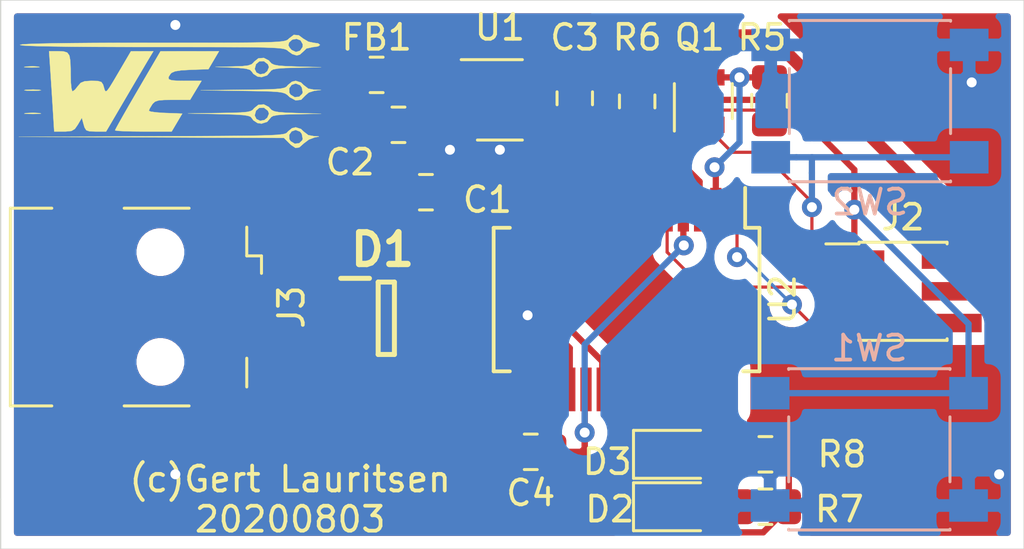
<source format=kicad_pcb>
(kicad_pcb (version 20171130) (host pcbnew "(5.1.6)-1")

  (general
    (thickness 1.6)
    (drawings 12)
    (tracks 183)
    (zones 0)
    (modules 20)
    (nets 34)
  )

  (page A4)
  (layers
    (0 F.Cu signal)
    (31 B.Cu signal)
    (32 B.Adhes user hide)
    (33 F.Adhes user hide)
    (34 B.Paste user)
    (35 F.Paste user hide)
    (36 B.SilkS user hide)
    (37 F.SilkS user)
    (38 B.Mask user hide)
    (39 F.Mask user hide)
    (40 Dwgs.User user hide)
    (41 Cmts.User user hide)
    (42 Eco1.User user hide)
    (43 Eco2.User user hide)
    (44 Edge.Cuts user hide)
    (45 Margin user hide)
    (46 B.CrtYd user hide)
    (47 F.CrtYd user hide)
    (48 B.Fab user hide)
    (49 F.Fab user hide)
  )

  (setup
    (last_trace_width 0.25)
    (user_trace_width 0.127)
    (user_trace_width 0.5)
    (user_trace_width 1)
    (trace_clearance 0.2)
    (zone_clearance 0.508)
    (zone_45_only no)
    (trace_min 0.127)
    (via_size 0.8)
    (via_drill 0.4)
    (via_min_size 0.4)
    (via_min_drill 0.3)
    (uvia_size 0.3)
    (uvia_drill 0.1)
    (uvias_allowed no)
    (uvia_min_size 0.2)
    (uvia_min_drill 0.1)
    (edge_width 0.05)
    (segment_width 0.2)
    (pcb_text_width 0.3)
    (pcb_text_size 1.5 1.5)
    (mod_edge_width 0.12)
    (mod_text_size 1 1)
    (mod_text_width 0.15)
    (pad_size 1.524 1.524)
    (pad_drill 0.762)
    (pad_to_mask_clearance 0.051)
    (solder_mask_min_width 0.25)
    (aux_axis_origin 0 0)
    (visible_elements 7FFDFFFF)
    (pcbplotparams
      (layerselection 0x010fc_ffffffff)
      (usegerberextensions false)
      (usegerberattributes false)
      (usegerberadvancedattributes false)
      (creategerberjobfile false)
      (excludeedgelayer true)
      (linewidth 0.100000)
      (plotframeref false)
      (viasonmask false)
      (mode 1)
      (useauxorigin false)
      (hpglpennumber 1)
      (hpglpenspeed 20)
      (hpglpendiameter 15.000000)
      (psnegative false)
      (psa4output false)
      (plotreference true)
      (plotvalue true)
      (plotinvisibletext false)
      (padsonsilk false)
      (subtractmaskfromsilk false)
      (outputformat 1)
      (mirror false)
      (drillshape 0)
      (scaleselection 1)
      (outputdirectory "Gerber/"))
  )

  (net 0 "")
  (net 1 GNDD)
  (net 2 VBUS)
  (net 3 +5V)
  (net 4 +3V3)
  (net 5 D0)
  (net 6 RX)
  (net 7 TX)
  (net 8 EN)
  (net 9 "Net-(Q1-Pad4)")
  (net 10 "Net-(Q1-Pad2)")
  (net 11 "Net-(Q1-Pad5)")
  (net 12 "Net-(Q1-Pad1)")
  (net 13 D+)
  (net 14 D-)
  (net 15 /D_N)
  (net 16 /D_P)
  (net 17 VCC)
  (net 18 "Net-(D2-Pad2)")
  (net 19 "Net-(D2-Pad1)")
  (net 20 "Net-(D3-Pad2)")
  (net 21 "Net-(D3-Pad1)")
  (net 22 "Net-(U1-Pad4)")
  (net 23 "Net-(U2-Pad28)")
  (net 24 "Net-(U2-Pad27)")
  (net 25 "Net-(U2-Pad24)")
  (net 26 "Net-(U2-Pad14)")
  (net 27 "Net-(U2-Pad13)")
  (net 28 "Net-(U2-Pad12)")
  (net 29 "Net-(U2-Pad11)")
  (net 30 "Net-(U2-Pad10)")
  (net 31 "Net-(U2-Pad9)")
  (net 32 "Net-(U2-Pad8)")
  (net 33 "Net-(U2-Pad6)")

  (net_class Default "This is the default net class."
    (clearance 0.2)
    (trace_width 0.25)
    (via_dia 0.8)
    (via_drill 0.4)
    (uvia_dia 0.3)
    (uvia_drill 0.1)
    (add_net +3V3)
    (add_net +5V)
    (add_net /D_N)
    (add_net /D_P)
    (add_net D+)
    (add_net D-)
    (add_net D0)
    (add_net EN)
    (add_net GNDD)
    (add_net "Net-(D2-Pad1)")
    (add_net "Net-(D2-Pad2)")
    (add_net "Net-(D3-Pad1)")
    (add_net "Net-(D3-Pad2)")
    (add_net "Net-(Q1-Pad1)")
    (add_net "Net-(Q1-Pad2)")
    (add_net "Net-(Q1-Pad4)")
    (add_net "Net-(Q1-Pad5)")
    (add_net "Net-(U1-Pad4)")
    (add_net "Net-(U2-Pad10)")
    (add_net "Net-(U2-Pad11)")
    (add_net "Net-(U2-Pad12)")
    (add_net "Net-(U2-Pad13)")
    (add_net "Net-(U2-Pad14)")
    (add_net "Net-(U2-Pad24)")
    (add_net "Net-(U2-Pad27)")
    (add_net "Net-(U2-Pad28)")
    (add_net "Net-(U2-Pad6)")
    (add_net "Net-(U2-Pad8)")
    (add_net "Net-(U2-Pad9)")
    (add_net RX)
    (add_net TX)
    (add_net VBUS)
    (add_net VCC)
  )

  (module IdaDemo:WE_Small (layer F.Cu) (tedit 5F2A5977) (tstamp 5F36C883)
    (at 111.7 71)
    (fp_text reference G*** (at 0 0) (layer F.SilkS) hide
      (effects (font (size 1.524 1.524) (thickness 0.3)))
    )
    (fp_text value LOGO (at 0.75 0) (layer F.SilkS) hide
      (effects (font (size 1.524 1.524) (thickness 0.3)))
    )
    (fp_poly (pts (xy 5.3322 1.167028) (xy 5.438315 1.27) (xy 5.626156 1.413415) (xy 5.841199 1.452019)
      (xy 6.026931 1.461934) (xy 6.050965 1.474132) (xy 5.920833 1.496756) (xy 5.887193 1.501743)
      (xy 5.647416 1.591664) (xy 5.446736 1.743057) (xy 5.265626 1.904095) (xy 5.113601 1.926509)
      (xy 4.937738 1.809686) (xy 4.861271 1.736301) (xy 4.650239 1.52527) (xy -0.65938 1.50282)
      (xy -5.969 1.480371) (xy -0.6342 1.459852) (xy 0.447744 1.455572) (xy 1.372915 1.451397)
      (xy 2.153875 1.446889) (xy 2.803183 1.441609) (xy 3.333399 1.43512) (xy 3.757085 1.426982)
      (xy 4.0868 1.416759) (xy 4.335105 1.404011) (xy 4.372832 1.400708) (xy 4.85945 1.400708)
      (xy 4.866507 1.576679) (xy 4.914952 1.656164) (xy 5.079794 1.75585) (xy 5.259021 1.739533)
      (xy 5.383721 1.620984) (xy 5.401586 1.558924) (xy 5.365484 1.365651) (xy 5.29683 1.274286)
      (xy 5.117758 1.206366) (xy 4.957583 1.262889) (xy 4.85945 1.400708) (xy 4.372832 1.400708)
      (xy 4.51456 1.3883) (xy 4.637725 1.369187) (xy 4.717161 1.346235) (xy 4.765428 1.319006)
      (xy 4.795085 1.28706) (xy 4.806351 1.27) (xy 4.973461 1.134341) (xy 5.122333 1.100667)
      (xy 5.3322 1.167028)) (layer F.SilkS) (width 0.01))
    (fp_poly (pts (xy -4.167592 -1.938327) (xy -4.028994 -1.891807) (xy -3.947505 -1.77852) (xy -3.908045 -1.569213)
      (xy -3.895531 -1.234635) (xy -3.894667 -1.009075) (xy -3.885957 -0.696315) (xy -3.862827 -0.461437)
      (xy -3.829778 -0.344705) (xy -3.819738 -0.338667) (xy -3.724533 -0.402381) (xy -3.606119 -0.550333)
      (xy -3.491591 -0.682004) (xy -3.335284 -0.744867) (xy -3.076597 -0.761925) (xy -3.048469 -0.762)
      (xy -2.796573 -0.754469) (xy -2.662241 -0.712922) (xy -2.593798 -0.608933) (xy -2.559857 -0.493207)
      (xy -2.527755 -0.383428) (xy -2.490818 -0.336621) (xy -2.43266 -0.369663) (xy -2.336893 -0.499434)
      (xy -2.187129 -0.742813) (xy -1.985936 -1.084354) (xy -1.481667 -1.944295) (xy -1.030261 -1.945814)
      (xy -0.578856 -1.947333) (xy -0.744925 -1.672167) (xy -0.841307 -1.510401) (xy -1.00578 -1.232142)
      (xy -1.220881 -0.867027) (xy -1.469146 -0.444694) (xy -1.692828 -0.0635) (xy -2.474661 1.27)
      (xy -2.88591 1.27) (xy -3.135103 1.262091) (xy -3.267967 1.218394) (xy -3.337404 1.108951)
      (xy -3.371834 0.994833) (xy -3.44651 0.719667) (xy -3.607088 0.994298) (xy -3.726241 1.165403)
      (xy -3.862336 1.245748) (xy -4.082609 1.268753) (xy -4.160701 1.269465) (xy -4.553734 1.27)
      (xy -4.606873 0.402167) (xy -4.636626 -0.075986) (xy -4.669742 -0.596122) (xy -4.700485 -1.068505)
      (xy -4.709661 -1.2065) (xy -4.75931 -1.947333) (xy -4.37838 -1.947334) (xy -4.167592 -1.938327)) (layer F.SilkS) (width 0.01))
    (fp_poly (pts (xy 1.836985 -1.5875) (xy 1.624775 -1.227667) (xy 0.918221 -1.204109) (xy 0.53689 -1.182661)
      (xy 0.291719 -1.144585) (xy 0.149829 -1.083227) (xy 0.105833 -1.03976) (xy 0.025278 -0.910202)
      (xy 0.033795 -0.828201) (xy 0.152955 -0.783235) (xy 0.40433 -0.76478) (xy 0.675249 -0.762)
      (xy 1.350498 -0.762) (xy 1.120365 -0.381) (xy 0.890233 0) (xy 0.195917 0)
      (xy -0.154472 0.004683) (xy -0.376777 0.024978) (xy -0.512133 0.070255) (xy -0.601673 0.149884)
      (xy -0.630199 0.188172) (xy -0.728263 0.348997) (xy -0.762 0.438748) (xy -0.68406 0.470735)
      (xy -0.477098 0.500199) (xy -0.181407 0.521909) (xy -0.092127 0.525742) (xy 0.577747 0.550333)
      (xy 0.364943 0.910167) (xy 0.152139 1.27) (xy -0.982264 1.27) (xy -1.398384 1.26648)
      (xy -1.745912 1.256835) (xy -1.993881 1.242434) (xy -2.111327 1.224651) (xy -2.116667 1.219776)
      (xy -2.075801 1.134995) (xy -1.961529 0.926346) (xy -1.786343 0.61589) (xy -1.562731 0.225692)
      (xy -1.303185 -0.222189) (xy -1.2065 -0.387918) (xy -0.296333 -1.945389) (xy 0.87643 -1.946361)
      (xy 2.049194 -1.947333) (xy 1.836985 -1.5875)) (layer F.SilkS) (width 0.01))
    (fp_poly (pts (xy 4.04437 0.286078) (xy 4.086295 0.335751) (xy 4.156344 0.409234) (xy 4.266084 0.459547)
      (xy 4.447679 0.492431) (xy 4.733289 0.513629) (xy 5.155079 0.528882) (xy 5.170596 0.52932)
      (xy 6.138333 0.55647) (xy 5.152558 0.574568) (xy 4.705764 0.587504) (xy 4.40345 0.609181)
      (xy 4.220849 0.642948) (xy 4.133194 0.692153) (xy 4.120174 0.714128) (xy 3.976061 0.8815)
      (xy 3.752174 0.952509) (xy 3.588944 0.928413) (xy 3.423121 0.818884) (xy 3.359644 0.729035)
      (xy 3.313551 0.676125) (xy 3.205696 0.63734) (xy 3.115664 0.624528) (xy 3.477573 0.624528)
      (xy 3.547092 0.769598) (xy 3.693335 0.840032) (xy 3.870492 0.807659) (xy 3.985223 0.71257)
      (xy 4.050779 0.54982) (xy 4.007529 0.437403) (xy 3.848597 0.313825) (xy 3.65951 0.32263)
      (xy 3.530586 0.432992) (xy 3.477573 0.624528) (xy 3.115664 0.624528) (xy 3.011534 0.60971)
      (xy 2.70652 0.590263) (xy 2.26611 0.576029) (xy 2.0567 0.571339) (xy 0.804333 0.545444)
      (xy 2.075134 0.526722) (xy 2.567673 0.517824) (xy 2.918183 0.505516) (xy 3.153966 0.486068)
      (xy 3.302327 0.455751) (xy 3.390567 0.410834) (xy 3.445991 0.347587) (xy 3.451684 0.338667)
      (xy 3.623606 0.200255) (xy 3.844511 0.182618) (xy 4.04437 0.286078)) (layer F.SilkS) (width 0.01))
    (fp_poly (pts (xy -5.1435 0.531419) (xy -5.079598 0.54802) (xy -5.166039 0.560164) (xy -5.383843 0.565497)
      (xy -5.418667 0.565567) (xy -5.651272 0.561232) (xy -5.754841 0.549796) (xy -5.710395 0.533615)
      (xy -5.693833 0.531419) (xy -5.396948 0.517407) (xy -5.1435 0.531419)) (layer F.SilkS) (width 0.01))
    (fp_poly (pts (xy 5.3322 -0.695639) (xy 5.438315 -0.592667) (xy 5.625923 -0.449225) (xy 5.841199 -0.409784)
      (xy 6.138333 -0.396234) (xy 5.863279 -0.362094) (xy 5.645926 -0.293689) (xy 5.507 -0.176159)
      (xy 5.506127 -0.174553) (xy 5.337488 -0.003463) (xy 5.118075 0.021518) (xy 4.887067 -0.102257)
      (xy 4.856934 -0.130703) (xy 4.781618 -0.200672) (xy 4.698801 -0.252949) (xy 4.583702 -0.290564)
      (xy 4.411539 -0.316549) (xy 4.157529 -0.333934) (xy 3.796892 -0.345749) (xy 3.304845 -0.355025)
      (xy 2.982434 -0.359946) (xy 1.312333 -0.384792) (xy 3.006467 -0.404063) (xy 3.584444 -0.411582)
      (xy 4.016299 -0.420773) (xy 4.325244 -0.434069) (xy 4.534488 -0.453902) (xy 4.57162 -0.461958)
      (xy 4.85945 -0.461958) (xy 4.866507 -0.285988) (xy 4.914952 -0.206503) (xy 5.079794 -0.106817)
      (xy 5.259021 -0.123134) (xy 5.383721 -0.241682) (xy 5.401586 -0.303742) (xy 5.365484 -0.497016)
      (xy 5.29683 -0.588381) (xy 5.117758 -0.656301) (xy 4.957583 -0.599778) (xy 4.85945 -0.461958)
      (xy 4.57162 -0.461958) (xy 4.667242 -0.482703) (xy 4.746716 -0.522905) (xy 4.796121 -0.576941)
      (xy 4.806351 -0.592667) (xy 4.973461 -0.728326) (xy 5.122333 -0.762) (xy 5.3322 -0.695639)) (layer F.SilkS) (width 0.01))
    (fp_poly (pts (xy -5.1435 -0.399914) (xy -5.079598 -0.383314) (xy -5.166039 -0.371169) (xy -5.383843 -0.365837)
      (xy -5.418667 -0.365766) (xy -5.651272 -0.370102) (xy -5.754841 -0.381537) (xy -5.710395 -0.397718)
      (xy -5.693833 -0.399914) (xy -5.396948 -0.413926) (xy -5.1435 -0.399914)) (layer F.SilkS) (width 0.01))
    (fp_poly (pts (xy 4.04437 -1.576589) (xy 4.086295 -1.526916) (xy 4.156344 -1.453433) (xy 4.266084 -1.40312)
      (xy 4.447679 -1.370236) (xy 4.733289 -1.349038) (xy 5.155079 -1.333785) (xy 5.170596 -1.333347)
      (xy 6.138333 -1.306196) (xy 5.152558 -1.288098) (xy 4.705764 -1.275163) (xy 4.40345 -1.253485)
      (xy 4.220849 -1.219718) (xy 4.133194 -1.170513) (xy 4.120174 -1.148539) (xy 3.976061 -0.981166)
      (xy 3.752174 -0.910157) (xy 3.588944 -0.934253) (xy 3.423376 -1.043219) (xy 3.360106 -1.132427)
      (xy 3.290091 -1.202705) (xy 3.166009 -1.238139) (xy 3.477573 -1.238139) (xy 3.547092 -1.093069)
      (xy 3.693335 -1.022635) (xy 3.870492 -1.055007) (xy 3.985223 -1.150097) (xy 4.050779 -1.312847)
      (xy 4.007529 -1.425264) (xy 3.848597 -1.548841) (xy 3.65951 -1.540037) (xy 3.530586 -1.429675)
      (xy 3.477573 -1.238139) (xy 3.166009 -1.238139) (xy 3.125143 -1.249809) (xy 2.836321 -1.27986)
      (xy 2.607496 -1.291611) (xy 1.905 -1.3202) (xy 2.625467 -1.337433) (xy 2.987381 -1.351387)
      (xy 3.218047 -1.377916) (xy 3.355505 -1.425609) (xy 3.437793 -1.503056) (xy 3.451684 -1.524)
      (xy 3.623606 -1.662412) (xy 3.844511 -1.680049) (xy 4.04437 -1.576589)) (layer F.SilkS) (width 0.01))
    (fp_poly (pts (xy -5.184317 -1.330497) (xy -5.137551 -1.312854) (xy -5.238289 -1.300536) (xy -5.461 -1.296236)
      (xy -5.678278 -1.301324) (xy -5.761976 -1.313847) (xy -5.694343 -1.331108) (xy -5.692317 -1.331361)
      (xy -5.416206 -1.345187) (xy -5.184317 -1.330497)) (layer F.SilkS) (width 0.01))
    (fp_poly (pts (xy 5.246147 -2.585705) (xy 5.418667 -2.455334) (xy 5.632245 -2.327873) (xy 5.842 -2.286)
      (xy 6.020342 -2.261476) (xy 6.09598 -2.202387) (xy 6.096 -2.201333) (xy 6.021957 -2.143772)
      (xy 5.841541 -2.116923) (xy 5.820033 -2.116667) (xy 5.552746 -2.057309) (xy 5.438315 -1.947333)
      (xy 5.288089 -1.812962) (xy 5.163949 -1.778) (xy 4.980218 -1.835439) (xy 4.826 -1.947333)
      (xy 4.787574 -1.981809) (xy 4.738029 -2.011258) (xy 4.664597 -2.036077) (xy 4.554512 -2.05666)
      (xy 4.395008 -2.073404) (xy 4.173319 -2.086705) (xy 3.876678 -2.096959) (xy 3.492319 -2.104561)
      (xy 3.007476 -2.109908) (xy 2.409381 -2.113394) (xy 1.68527 -2.115417) (xy 0.822375 -2.116371)
      (xy -0.19207 -2.116653) (xy -0.635 -2.116667) (xy -1.854517 -2.118016) (xy -2.918508 -2.122043)
      (xy -3.825011 -2.128716) (xy -4.572066 -2.138005) (xy -5.157712 -2.149876) (xy -5.579987 -2.1643)
      (xy -5.836931 -2.181245) (xy -5.859853 -2.186214) (xy 4.827296 -2.186214) (xy 4.879378 -2.087225)
      (xy 4.95888 -1.995882) (xy 5.130064 -1.916955) (xy 5.296028 -1.966957) (xy 5.396905 -2.114542)
      (xy 5.402638 -2.228229) (xy 5.315531 -2.383504) (xy 5.153704 -2.443216) (xy 4.979028 -2.411881)
      (xy 4.853374 -2.29402) (xy 4.827296 -2.186214) (xy -5.859853 -2.186214) (xy -5.926582 -2.200679)
      (xy -5.926667 -2.201333) (xy -5.842334 -2.220808) (xy -5.590633 -2.237804) (xy -5.173514 -2.25229)
      (xy -4.592925 -2.264236) (xy -3.850814 -2.273611) (xy -2.949129 -2.280384) (xy -1.889819 -2.284523)
      (xy -0.674833 -2.285997) (xy -0.611483 -2.286) (xy 0.468443 -2.286121) (xy 1.391714 -2.286746)
      (xy 2.171008 -2.288268) (xy 2.819004 -2.29108) (xy 3.34838 -2.295576) (xy 3.771814 -2.302149)
      (xy 4.101984 -2.311191) (xy 4.351569 -2.323097) (xy 4.533248 -2.338258) (xy 4.659697 -2.357069)
      (xy 4.743596 -2.379923) (xy 4.797624 -2.407213) (xy 4.834457 -2.439331) (xy 4.848688 -2.455334)
      (xy 5.04447 -2.603527) (xy 5.246147 -2.585705)) (layer F.SilkS) (width 0.01))
  )

  (module SamacSys_Parts:SOT95P280X145-6N (layer F.Cu) (tedit 0) (tstamp 5F36BDD4)
    (at 120.45 79.75)
    (descr SOT23-6L)
    (tags Diode)
    (path /5F36845F)
    (attr smd)
    (fp_text reference D1 (at -0.15 -2.75) (layer F.SilkS)
      (effects (font (size 1.27 1.27) (thickness 0.254)))
    )
    (fp_text value 82400102 (at 0 0) (layer F.SilkS) hide
      (effects (font (size 1.27 1.27) (thickness 0.254)))
    )
    (fp_line (start -2.075 -1.7) (end 2.075 -1.7) (layer F.CrtYd) (width 0.05))
    (fp_line (start 2.075 -1.7) (end 2.075 1.7) (layer F.CrtYd) (width 0.05))
    (fp_line (start 2.075 1.7) (end -2.075 1.7) (layer F.CrtYd) (width 0.05))
    (fp_line (start -2.075 1.7) (end -2.075 -1.7) (layer F.CrtYd) (width 0.05))
    (fp_line (start -0.8 -1.45) (end 0.8 -1.45) (layer F.Fab) (width 0.1))
    (fp_line (start 0.8 -1.45) (end 0.8 1.45) (layer F.Fab) (width 0.1))
    (fp_line (start 0.8 1.45) (end -0.8 1.45) (layer F.Fab) (width 0.1))
    (fp_line (start -0.8 1.45) (end -0.8 -1.45) (layer F.Fab) (width 0.1))
    (fp_line (start -0.8 -0.5) (end 0.15 -1.45) (layer F.Fab) (width 0.1))
    (fp_line (start -0.325 -1.45) (end 0.325 -1.45) (layer F.SilkS) (width 0.2))
    (fp_line (start 0.325 -1.45) (end 0.325 1.45) (layer F.SilkS) (width 0.2))
    (fp_line (start 0.325 1.45) (end -0.325 1.45) (layer F.SilkS) (width 0.2))
    (fp_line (start -0.325 1.45) (end -0.325 -1.45) (layer F.SilkS) (width 0.2))
    (fp_line (start -1.825 -1.6) (end -0.675 -1.6) (layer F.SilkS) (width 0.2))
    (fp_text user %R (at 0 0) (layer F.Fab)
      (effects (font (size 1.27 1.27) (thickness 0.254)))
    )
    (pad 6 smd rect (at 1.25 -0.95 90) (size 0.6 1.15) (layers F.Cu F.Paste F.Mask)
      (net 14 D-))
    (pad 5 smd rect (at 1.25 0 90) (size 0.6 1.15) (layers F.Cu F.Paste F.Mask)
      (net 2 VBUS))
    (pad 4 smd rect (at 1.25 0.95 90) (size 0.6 1.15) (layers F.Cu F.Paste F.Mask)
      (net 13 D+))
    (pad 3 smd rect (at -1.25 0.95 90) (size 0.6 1.15) (layers F.Cu F.Paste F.Mask)
      (net 16 /D_P))
    (pad 2 smd rect (at -1.25 0 90) (size 0.6 1.15) (layers F.Cu F.Paste F.Mask)
      (net 1 GNDD))
    (pad 1 smd rect (at -1.25 -0.95 90) (size 0.6 1.15) (layers F.Cu F.Paste F.Mask)
      (net 15 /D_N))
    (model C:\Users\gla\Documents\kicad\SamacSys_Parts.3dshapes\82400102.stp
      (at (xyz 0 0 0))
      (scale (xyz 1 1 1))
      (rotate (xyz 0 0 0))
    )
  )

  (module Connector_USB:USB_Mini-B_Wuerth_65100516121_Horizontal (layer F.Cu) (tedit 5D90ED94) (tstamp 5F352F07)
    (at 111.4 79.3 270)
    (descr "Mini USB 2.0 Type B SMT Horizontal 5 Contacts (https://katalog.we-online.de/em/datasheet/65100516121.pdf)")
    (tags "Mini USB 2.0 Type B")
    (path /5F354476)
    (attr smd)
    (fp_text reference J3 (at 0 -5.25 90) (layer F.SilkS)
      (effects (font (size 1 1) (thickness 0.15)))
    )
    (fp_text value USB_A (at 0 7.35 90) (layer F.Fab)
      (effects (font (size 1 1) (thickness 0.15)))
    )
    (fp_line (start -3.85 -3.35) (end -1.9 -3.35) (layer F.Fab) (width 0.1))
    (fp_line (start 3.85 -3.35) (end 3.85 5.9) (layer F.Fab) (width 0.1))
    (fp_line (start 3.85 5.9) (end -3.85 5.9) (layer F.Fab) (width 0.1))
    (fp_line (start -3.85 5.9) (end -3.85 -3.35) (layer F.Fab) (width 0.1))
    (fp_line (start -3.96 1.45) (end -3.96 -1.15) (layer F.SilkS) (width 0.12))
    (fp_line (start 3.96 -1.15) (end 3.96 1.45) (layer F.SilkS) (width 0.12))
    (fp_line (start -3.2 -3.46) (end -2.05 -3.46) (layer F.SilkS) (width 0.12))
    (fp_line (start -2.05 -3.46) (end -2.05 -4.05) (layer F.SilkS) (width 0.12))
    (fp_line (start -2.05 -4.05) (end -1.35 -4.05) (layer F.SilkS) (width 0.12))
    (fp_line (start 2.05 -3.46) (end 3.2 -3.46) (layer F.SilkS) (width 0.12))
    (fp_line (start -3.96 4.35) (end -3.96 6.01) (layer F.SilkS) (width 0.12))
    (fp_line (start -3.96 6.01) (end 3.96 6.01) (layer F.SilkS) (width 0.12))
    (fp_line (start 3.96 6.01) (end 3.96 4.35) (layer F.SilkS) (width 0.12))
    (fp_line (start -5.9 -0.85) (end -5.9 -4.35) (layer F.CrtYd) (width 0.05))
    (fp_line (start -5.9 -4.35) (end 5.9 -4.35) (layer F.CrtYd) (width 0.05))
    (fp_line (start 5.9 -4.35) (end 5.9 -0.85) (layer F.CrtYd) (width 0.05))
    (fp_line (start 4.35 6.4) (end -4.35 6.4) (layer F.CrtYd) (width 0.05))
    (fp_line (start -1.9 -3.35) (end -1.6 -2.85) (layer F.Fab) (width 0.1))
    (fp_line (start -1.6 -2.85) (end -1.3 -3.35) (layer F.Fab) (width 0.1))
    (fp_line (start -1.3 -3.35) (end 3.85 -3.35) (layer F.Fab) (width 0.1))
    (fp_line (start -4.35 6.4) (end -4.35 4.65) (layer F.CrtYd) (width 0.05))
    (fp_line (start 4.35 4.65) (end 4.35 6.4) (layer F.CrtYd) (width 0.05))
    (fp_line (start -4.35 1.15) (end -4.35 -0.85) (layer F.CrtYd) (width 0.05))
    (fp_line (start 4.35 -0.85) (end 4.35 1.15) (layer F.CrtYd) (width 0.05))
    (fp_line (start 5.9 4.65) (end 4.35 4.65) (layer F.CrtYd) (width 0.05))
    (fp_line (start 4.35 1.15) (end 5.9 1.15) (layer F.CrtYd) (width 0.05))
    (fp_line (start 5.9 -0.85) (end 4.35 -0.85) (layer F.CrtYd) (width 0.05))
    (fp_line (start 5.9 1.15) (end 5.9 4.65) (layer F.CrtYd) (width 0.05))
    (fp_line (start -4.35 4.65) (end -5.89 4.65) (layer F.CrtYd) (width 0.05))
    (fp_line (start -5.9 1.15) (end -4.35 1.15) (layer F.CrtYd) (width 0.05))
    (fp_line (start -4.35 -0.85) (end -5.9 -0.85) (layer F.CrtYd) (width 0.05))
    (fp_line (start -5.89 4.65) (end -5.9 1.15) (layer F.CrtYd) (width 0.05))
    (fp_text user %R (at 0 0 90) (layer F.Fab)
      (effects (font (size 1 1) (thickness 0.15)))
    )
    (pad "" np_thru_hole circle (at 2.2 0 270) (size 0.9 0.9) (drill 0.9) (layers *.Cu *.Mask))
    (pad "" np_thru_hole circle (at -2.2 0 270) (size 0.9 0.9) (drill 0.9) (layers *.Cu *.Mask))
    (pad 5 smd rect (at 1.6 -2.6 270) (size 0.5 2.5) (layers F.Cu F.Paste F.Mask)
      (net 1 GNDD))
    (pad 4 smd rect (at 0.8 -2.6 270) (size 0.5 2.5) (layers F.Cu F.Paste F.Mask)
      (net 1 GNDD))
    (pad 3 smd rect (at 0 -2.6 270) (size 0.5 2.5) (layers F.Cu F.Paste F.Mask)
      (net 16 /D_P))
    (pad 2 smd rect (at -0.8 -2.6 270) (size 0.5 2.5) (layers F.Cu F.Paste F.Mask)
      (net 15 /D_N))
    (pad 1 smd rect (at -1.6 -2.6 270) (size 0.5 2.5) (layers F.Cu F.Paste F.Mask)
      (net 2 VBUS))
    (pad 6 smd rect (at 4.4 -2.6 270) (size 2 2.5) (layers F.Cu F.Paste F.Mask))
    (pad 6 smd rect (at -4.4 -2.6 270) (size 2 2.5) (layers F.Cu F.Paste F.Mask))
    (pad 6 smd rect (at 4.4 2.9 270) (size 2 2.5) (layers F.Cu F.Paste F.Mask))
    (pad 6 smd rect (at -4.4 2.9 270) (size 2 2.5) (layers F.Cu F.Paste F.Mask))
    (model ${KISYS3DMOD}/Connector_USB.3dshapes/USB_Mini-B_Wuerth_65100516121_Horizontal.wrl
      (at (xyz 0 0 0))
      (scale (xyz 1 1 1))
      (rotate (xyz 0 0 0))
    )
  )

  (module Button_Switch_SMD:SW_Push_1P1T_NO_6x6mm_H9.5mm (layer B.Cu) (tedit 5CA1CA7F) (tstamp 5F2916A7)
    (at 139.825 71.05)
    (descr "tactile push button, 6x6mm e.g. PTS645xx series, height=9.5mm")
    (tags "tact sw push 6mm smd")
    (path /5F294330)
    (attr smd)
    (fp_text reference SW2 (at 0 4.05) (layer B.SilkS)
      (effects (font (size 1 1) (thickness 0.15)) (justify mirror))
    )
    (fp_text value SW_Push (at 0 -4.15) (layer B.Fab)
      (effects (font (size 1 1) (thickness 0.15)) (justify mirror))
    )
    (fp_line (start -3 3) (end -3 -3) (layer B.Fab) (width 0.1))
    (fp_line (start -3 -3) (end 3 -3) (layer B.Fab) (width 0.1))
    (fp_line (start 3 -3) (end 3 3) (layer B.Fab) (width 0.1))
    (fp_line (start 3 3) (end -3 3) (layer B.Fab) (width 0.1))
    (fp_line (start 5 -3.25) (end 5 3.25) (layer B.CrtYd) (width 0.05))
    (fp_line (start -5 3.25) (end -5 -3.25) (layer B.CrtYd) (width 0.05))
    (fp_line (start -5 -3.25) (end 5 -3.25) (layer B.CrtYd) (width 0.05))
    (fp_line (start -5 3.25) (end 5 3.25) (layer B.CrtYd) (width 0.05))
    (fp_line (start 3.23 3.23) (end 3.23 3.2) (layer B.SilkS) (width 0.12))
    (fp_line (start 3.23 -3.23) (end 3.23 -3.2) (layer B.SilkS) (width 0.12))
    (fp_line (start -3.23 -3.23) (end -3.23 -3.2) (layer B.SilkS) (width 0.12))
    (fp_line (start -3.23 3.2) (end -3.23 3.23) (layer B.SilkS) (width 0.12))
    (fp_line (start 3.23 1.3) (end 3.23 -1.3) (layer B.SilkS) (width 0.12))
    (fp_line (start -3.23 3.23) (end 3.23 3.23) (layer B.SilkS) (width 0.12))
    (fp_line (start -3.23 1.3) (end -3.23 -1.3) (layer B.SilkS) (width 0.12))
    (fp_line (start -3.23 -3.23) (end 3.23 -3.23) (layer B.SilkS) (width 0.12))
    (fp_circle (center 0 0) (end 1.75 0.05) (layer B.Fab) (width 0.1))
    (fp_text user %R (at 0 4.05) (layer B.Fab)
      (effects (font (size 1 1) (thickness 0.15)) (justify mirror))
    )
    (pad 2 smd rect (at 3.975 -2.25) (size 1.55 1.3) (layers B.Cu B.Paste B.Mask)
      (net 1 GNDD))
    (pad 1 smd rect (at 3.975 2.25) (size 1.55 1.3) (layers B.Cu B.Paste B.Mask)
      (net 5 D0))
    (pad 1 smd rect (at -3.975 2.25) (size 1.55 1.3) (layers B.Cu B.Paste B.Mask)
      (net 5 D0))
    (pad 2 smd rect (at -3.975 -2.25) (size 1.55 1.3) (layers B.Cu B.Paste B.Mask)
      (net 1 GNDD))
    (model ${KISYS3DMOD}/Button_Switch_SMD.3dshapes/SW_PUSH_6mm_H9.5mm.wrl
      (at (xyz 0 0 0))
      (scale (xyz 1 1 1))
      (rotate (xyz 0 0 0))
    )
  )

  (module Button_Switch_SMD:SW_Push_1P1T_NO_6x6mm_H9.5mm (layer B.Cu) (tedit 5CA1CA7F) (tstamp 5F291661)
    (at 139.8 85 180)
    (descr "tactile push button, 6x6mm e.g. PTS645xx series, height=9.5mm")
    (tags "tact sw push 6mm smd")
    (path /5F294DD1)
    (attr smd)
    (fp_text reference SW1 (at 0 4.05) (layer B.SilkS)
      (effects (font (size 1 1) (thickness 0.15)) (justify mirror))
    )
    (fp_text value SW_Push (at 0 -4.15) (layer B.Fab)
      (effects (font (size 1 1) (thickness 0.15)) (justify mirror))
    )
    (fp_line (start -3 3) (end -3 -3) (layer B.Fab) (width 0.1))
    (fp_line (start -3 -3) (end 3 -3) (layer B.Fab) (width 0.1))
    (fp_line (start 3 -3) (end 3 3) (layer B.Fab) (width 0.1))
    (fp_line (start 3 3) (end -3 3) (layer B.Fab) (width 0.1))
    (fp_line (start 5 -3.25) (end 5 3.25) (layer B.CrtYd) (width 0.05))
    (fp_line (start -5 3.25) (end -5 -3.25) (layer B.CrtYd) (width 0.05))
    (fp_line (start -5 -3.25) (end 5 -3.25) (layer B.CrtYd) (width 0.05))
    (fp_line (start -5 3.25) (end 5 3.25) (layer B.CrtYd) (width 0.05))
    (fp_line (start 3.23 3.23) (end 3.23 3.2) (layer B.SilkS) (width 0.12))
    (fp_line (start 3.23 -3.23) (end 3.23 -3.2) (layer B.SilkS) (width 0.12))
    (fp_line (start -3.23 -3.23) (end -3.23 -3.2) (layer B.SilkS) (width 0.12))
    (fp_line (start -3.23 3.2) (end -3.23 3.23) (layer B.SilkS) (width 0.12))
    (fp_line (start 3.23 1.3) (end 3.23 -1.3) (layer B.SilkS) (width 0.12))
    (fp_line (start -3.23 3.23) (end 3.23 3.23) (layer B.SilkS) (width 0.12))
    (fp_line (start -3.23 1.3) (end -3.23 -1.3) (layer B.SilkS) (width 0.12))
    (fp_line (start -3.23 -3.23) (end 3.23 -3.23) (layer B.SilkS) (width 0.12))
    (fp_circle (center 0 0) (end 1.75 0.05) (layer B.Fab) (width 0.1))
    (fp_text user %R (at 0 4.05) (layer B.Fab)
      (effects (font (size 1 1) (thickness 0.15)) (justify mirror))
    )
    (pad 2 smd rect (at 3.975 -2.25 180) (size 1.55 1.3) (layers B.Cu B.Paste B.Mask)
      (net 1 GNDD))
    (pad 1 smd rect (at 3.975 2.25 180) (size 1.55 1.3) (layers B.Cu B.Paste B.Mask)
      (net 8 EN))
    (pad 1 smd rect (at -3.975 2.25 180) (size 1.55 1.3) (layers B.Cu B.Paste B.Mask)
      (net 8 EN))
    (pad 2 smd rect (at -3.975 -2.25 180) (size 1.55 1.3) (layers B.Cu B.Paste B.Mask)
      (net 1 GNDD))
    (model ${KISYS3DMOD}/Button_Switch_SMD.3dshapes/SW_PUSH_6mm_H9.5mm.wrl
      (at (xyz 0 0 0))
      (scale (xyz 1 1 1))
      (rotate (xyz 0 0 0))
    )
  )

  (module LED_SMD:LED_0805_2012Metric (layer F.Cu) (tedit 5B36C52C) (tstamp 5F36C681)
    (at 132.0375 85.2)
    (descr "LED SMD 0805 (2012 Metric), square (rectangular) end terminal, IPC_7351 nominal, (Body size source: https://docs.google.com/spreadsheets/d/1BsfQQcO9C6DZCsRaXUlFlo91Tg2WpOkGARC1WS5S8t0/edit?usp=sharing), generated with kicad-footprint-generator")
    (tags diode)
    (path /5F29367C)
    (attr smd)
    (fp_text reference D3 (at -2.7375 0.3) (layer F.SilkS)
      (effects (font (size 1 1) (thickness 0.15)))
    )
    (fp_text value LED (at 0 1.65) (layer F.Fab)
      (effects (font (size 1 1) (thickness 0.15)))
    )
    (fp_line (start 1 -0.6) (end -0.7 -0.6) (layer F.Fab) (width 0.1))
    (fp_line (start -0.7 -0.6) (end -1 -0.3) (layer F.Fab) (width 0.1))
    (fp_line (start -1 -0.3) (end -1 0.6) (layer F.Fab) (width 0.1))
    (fp_line (start -1 0.6) (end 1 0.6) (layer F.Fab) (width 0.1))
    (fp_line (start 1 0.6) (end 1 -0.6) (layer F.Fab) (width 0.1))
    (fp_line (start 1 -0.96) (end -1.685 -0.96) (layer F.SilkS) (width 0.12))
    (fp_line (start -1.685 -0.96) (end -1.685 0.96) (layer F.SilkS) (width 0.12))
    (fp_line (start -1.685 0.96) (end 1 0.96) (layer F.SilkS) (width 0.12))
    (fp_line (start -1.68 0.95) (end -1.68 -0.95) (layer F.CrtYd) (width 0.05))
    (fp_line (start -1.68 -0.95) (end 1.68 -0.95) (layer F.CrtYd) (width 0.05))
    (fp_line (start 1.68 -0.95) (end 1.68 0.95) (layer F.CrtYd) (width 0.05))
    (fp_line (start 1.68 0.95) (end -1.68 0.95) (layer F.CrtYd) (width 0.05))
    (fp_text user %R (at 0 0) (layer F.Fab)
      (effects (font (size 0.5 0.5) (thickness 0.08)))
    )
    (pad 2 smd roundrect (at 0.9375 0) (size 0.975 1.4) (layers F.Cu F.Paste F.Mask) (roundrect_rratio 0.25)
      (net 20 "Net-(D3-Pad2)"))
    (pad 1 smd roundrect (at -0.9375 0) (size 0.975 1.4) (layers F.Cu F.Paste F.Mask) (roundrect_rratio 0.25)
      (net 21 "Net-(D3-Pad1)"))
    (model ${KISYS3DMOD}/LED_SMD.3dshapes/LED_0805_2012Metric.wrl
      (at (xyz 0 0 0))
      (scale (xyz 1 1 1))
      (rotate (xyz 0 0 0))
    )
  )

  (module Resistor_SMD:R_0805_2012Metric (layer F.Cu) (tedit 5B36C52B) (tstamp 5F36C721)
    (at 135.6375 85.2)
    (descr "Resistor SMD 0805 (2012 Metric), square (rectangular) end terminal, IPC_7351 nominal, (Body size source: https://docs.google.com/spreadsheets/d/1BsfQQcO9C6DZCsRaXUlFlo91Tg2WpOkGARC1WS5S8t0/edit?usp=sharing), generated with kicad-footprint-generator")
    (tags resistor)
    (path /5F29741C)
    (attr smd)
    (fp_text reference R8 (at 3.0625 0) (layer F.SilkS)
      (effects (font (size 1 1) (thickness 0.15)))
    )
    (fp_text value 1k (at 0 1.65) (layer F.Fab)
      (effects (font (size 1 1) (thickness 0.15)))
    )
    (fp_line (start -1 0.6) (end -1 -0.6) (layer F.Fab) (width 0.1))
    (fp_line (start -1 -0.6) (end 1 -0.6) (layer F.Fab) (width 0.1))
    (fp_line (start 1 -0.6) (end 1 0.6) (layer F.Fab) (width 0.1))
    (fp_line (start 1 0.6) (end -1 0.6) (layer F.Fab) (width 0.1))
    (fp_line (start -0.258578 -0.71) (end 0.258578 -0.71) (layer F.SilkS) (width 0.12))
    (fp_line (start -0.258578 0.71) (end 0.258578 0.71) (layer F.SilkS) (width 0.12))
    (fp_line (start -1.68 0.95) (end -1.68 -0.95) (layer F.CrtYd) (width 0.05))
    (fp_line (start -1.68 -0.95) (end 1.68 -0.95) (layer F.CrtYd) (width 0.05))
    (fp_line (start 1.68 -0.95) (end 1.68 0.95) (layer F.CrtYd) (width 0.05))
    (fp_line (start 1.68 0.95) (end -1.68 0.95) (layer F.CrtYd) (width 0.05))
    (fp_text user %R (at 0 0) (layer F.Fab)
      (effects (font (size 0.5 0.5) (thickness 0.08)))
    )
    (pad 2 smd roundrect (at 0.9375 0) (size 0.975 1.4) (layers F.Cu F.Paste F.Mask) (roundrect_rratio 0.25)
      (net 17 VCC))
    (pad 1 smd roundrect (at -0.9375 0) (size 0.975 1.4) (layers F.Cu F.Paste F.Mask) (roundrect_rratio 0.25)
      (net 20 "Net-(D3-Pad2)"))
    (model ${KISYS3DMOD}/Resistor_SMD.3dshapes/R_0805_2012Metric.wrl
      (at (xyz 0 0 0))
      (scale (xyz 1 1 1))
      (rotate (xyz 0 0 0))
    )
  )

  (module Resistor_SMD:R_0805_2012Metric (layer F.Cu) (tedit 5B36C52B) (tstamp 5F290FC1)
    (at 135.6375 87.3)
    (descr "Resistor SMD 0805 (2012 Metric), square (rectangular) end terminal, IPC_7351 nominal, (Body size source: https://docs.google.com/spreadsheets/d/1BsfQQcO9C6DZCsRaXUlFlo91Tg2WpOkGARC1WS5S8t0/edit?usp=sharing), generated with kicad-footprint-generator")
    (tags resistor)
    (path /5F293E23)
    (attr smd)
    (fp_text reference R7 (at 2.9625 0.1) (layer F.SilkS)
      (effects (font (size 1 1) (thickness 0.15)))
    )
    (fp_text value 1k (at 0 1.65) (layer F.Fab)
      (effects (font (size 1 1) (thickness 0.15)))
    )
    (fp_line (start -1 0.6) (end -1 -0.6) (layer F.Fab) (width 0.1))
    (fp_line (start -1 -0.6) (end 1 -0.6) (layer F.Fab) (width 0.1))
    (fp_line (start 1 -0.6) (end 1 0.6) (layer F.Fab) (width 0.1))
    (fp_line (start 1 0.6) (end -1 0.6) (layer F.Fab) (width 0.1))
    (fp_line (start -0.258578 -0.71) (end 0.258578 -0.71) (layer F.SilkS) (width 0.12))
    (fp_line (start -0.258578 0.71) (end 0.258578 0.71) (layer F.SilkS) (width 0.12))
    (fp_line (start -1.68 0.95) (end -1.68 -0.95) (layer F.CrtYd) (width 0.05))
    (fp_line (start -1.68 -0.95) (end 1.68 -0.95) (layer F.CrtYd) (width 0.05))
    (fp_line (start 1.68 -0.95) (end 1.68 0.95) (layer F.CrtYd) (width 0.05))
    (fp_line (start 1.68 0.95) (end -1.68 0.95) (layer F.CrtYd) (width 0.05))
    (fp_text user %R (at 0 0) (layer F.Fab)
      (effects (font (size 0.5 0.5) (thickness 0.08)))
    )
    (pad 2 smd roundrect (at 0.9375 0) (size 0.975 1.4) (layers F.Cu F.Paste F.Mask) (roundrect_rratio 0.25)
      (net 17 VCC))
    (pad 1 smd roundrect (at -0.9375 0) (size 0.975 1.4) (layers F.Cu F.Paste F.Mask) (roundrect_rratio 0.25)
      (net 18 "Net-(D2-Pad2)"))
    (model ${KISYS3DMOD}/Resistor_SMD.3dshapes/R_0805_2012Metric.wrl
      (at (xyz 0 0 0))
      (scale (xyz 1 1 1))
      (rotate (xyz 0 0 0))
    )
  )

  (module LED_SMD:LED_0805_2012Metric (layer F.Cu) (tedit 5B36C52C) (tstamp 5F290DDF)
    (at 132.0375 87.3)
    (descr "LED SMD 0805 (2012 Metric), square (rectangular) end terminal, IPC_7351 nominal, (Body size source: https://docs.google.com/spreadsheets/d/1BsfQQcO9C6DZCsRaXUlFlo91Tg2WpOkGARC1WS5S8t0/edit?usp=sharing), generated with kicad-footprint-generator")
    (tags diode)
    (path /5F292408)
    (attr smd)
    (fp_text reference D2 (at -2.6375 0.1) (layer F.SilkS)
      (effects (font (size 1 1) (thickness 0.15)))
    )
    (fp_text value LED (at 0 1.65) (layer F.Fab)
      (effects (font (size 1 1) (thickness 0.15)))
    )
    (fp_line (start 1 -0.6) (end -0.7 -0.6) (layer F.Fab) (width 0.1))
    (fp_line (start -0.7 -0.6) (end -1 -0.3) (layer F.Fab) (width 0.1))
    (fp_line (start -1 -0.3) (end -1 0.6) (layer F.Fab) (width 0.1))
    (fp_line (start -1 0.6) (end 1 0.6) (layer F.Fab) (width 0.1))
    (fp_line (start 1 0.6) (end 1 -0.6) (layer F.Fab) (width 0.1))
    (fp_line (start 1 -0.96) (end -1.685 -0.96) (layer F.SilkS) (width 0.12))
    (fp_line (start -1.685 -0.96) (end -1.685 0.96) (layer F.SilkS) (width 0.12))
    (fp_line (start -1.685 0.96) (end 1 0.96) (layer F.SilkS) (width 0.12))
    (fp_line (start -1.68 0.95) (end -1.68 -0.95) (layer F.CrtYd) (width 0.05))
    (fp_line (start -1.68 -0.95) (end 1.68 -0.95) (layer F.CrtYd) (width 0.05))
    (fp_line (start 1.68 -0.95) (end 1.68 0.95) (layer F.CrtYd) (width 0.05))
    (fp_line (start 1.68 0.95) (end -1.68 0.95) (layer F.CrtYd) (width 0.05))
    (fp_text user %R (at 0 0) (layer F.Fab)
      (effects (font (size 0.5 0.5) (thickness 0.08)))
    )
    (pad 2 smd roundrect (at 0.9375 0) (size 0.975 1.4) (layers F.Cu F.Paste F.Mask) (roundrect_rratio 0.25)
      (net 18 "Net-(D2-Pad2)"))
    (pad 1 smd roundrect (at -0.9375 0) (size 0.975 1.4) (layers F.Cu F.Paste F.Mask) (roundrect_rratio 0.25)
      (net 19 "Net-(D2-Pad1)"))
    (model ${KISYS3DMOD}/LED_SMD.3dshapes/LED_0805_2012Metric.wrl
      (at (xyz 0 0 0))
      (scale (xyz 1 1 1))
      (rotate (xyz 0 0 0))
    )
  )

  (module Package_SO:SSOP-28_5.3x10.2mm_P0.65mm (layer F.Cu) (tedit 5A02F25C) (tstamp 5F2866E6)
    (at 130.075 79 270)
    (descr "28-Lead Plastic Shrink Small Outline (SS)-5.30 mm Body [SSOP] (see Microchip Packaging Specification 00000049BS.pdf)")
    (tags "SSOP 0.65")
    (path /5F27FC62)
    (attr smd)
    (fp_text reference U2 (at 0 -6.25 90) (layer F.SilkS)
      (effects (font (size 1 1) (thickness 0.15)))
    )
    (fp_text value FT232RL-REEL (at 0 6.25 90) (layer F.Fab)
      (effects (font (size 1 1) (thickness 0.15)))
    )
    (fp_line (start -2.875 -4.75) (end -4.475 -4.75) (layer F.SilkS) (width 0.15))
    (fp_line (start -2.875 5.325) (end 2.875 5.325) (layer F.SilkS) (width 0.15))
    (fp_line (start -2.875 -5.325) (end 2.875 -5.325) (layer F.SilkS) (width 0.15))
    (fp_line (start -2.875 5.325) (end -2.875 4.675) (layer F.SilkS) (width 0.15))
    (fp_line (start 2.875 5.325) (end 2.875 4.675) (layer F.SilkS) (width 0.15))
    (fp_line (start 2.875 -5.325) (end 2.875 -4.675) (layer F.SilkS) (width 0.15))
    (fp_line (start -2.875 -5.325) (end -2.875 -4.75) (layer F.SilkS) (width 0.15))
    (fp_line (start -4.75 5.5) (end 4.75 5.5) (layer F.CrtYd) (width 0.05))
    (fp_line (start -4.75 -5.5) (end 4.75 -5.5) (layer F.CrtYd) (width 0.05))
    (fp_line (start 4.75 -5.5) (end 4.75 5.5) (layer F.CrtYd) (width 0.05))
    (fp_line (start -4.75 -5.5) (end -4.75 5.5) (layer F.CrtYd) (width 0.05))
    (fp_line (start -2.65 -4.1) (end -1.65 -5.1) (layer F.Fab) (width 0.15))
    (fp_line (start -2.65 5.1) (end -2.65 -4.1) (layer F.Fab) (width 0.15))
    (fp_line (start 2.65 5.1) (end -2.65 5.1) (layer F.Fab) (width 0.15))
    (fp_line (start 2.65 -5.1) (end 2.65 5.1) (layer F.Fab) (width 0.15))
    (fp_line (start -1.65 -5.1) (end 2.65 -5.1) (layer F.Fab) (width 0.15))
    (fp_text user %R (at 0 0 90) (layer F.Fab)
      (effects (font (size 0.8 0.8) (thickness 0.15)))
    )
    (pad 28 smd rect (at 3.6 -4.225 270) (size 1.75 0.45) (layers F.Cu F.Paste F.Mask)
      (net 23 "Net-(U2-Pad28)"))
    (pad 27 smd rect (at 3.6 -3.575 270) (size 1.75 0.45) (layers F.Cu F.Paste F.Mask)
      (net 24 "Net-(U2-Pad27)"))
    (pad 26 smd rect (at 3.6 -2.925 270) (size 1.75 0.45) (layers F.Cu F.Paste F.Mask)
      (net 1 GNDD))
    (pad 25 smd rect (at 3.6 -2.275 270) (size 1.75 0.45) (layers F.Cu F.Paste F.Mask)
      (net 1 GNDD))
    (pad 24 smd rect (at 3.6 -1.625 270) (size 1.75 0.45) (layers F.Cu F.Paste F.Mask)
      (net 25 "Net-(U2-Pad24)"))
    (pad 23 smd rect (at 3.6 -0.975 270) (size 1.75 0.45) (layers F.Cu F.Paste F.Mask)
      (net 21 "Net-(D3-Pad1)"))
    (pad 22 smd rect (at 3.6 -0.325 270) (size 1.75 0.45) (layers F.Cu F.Paste F.Mask)
      (net 19 "Net-(D2-Pad1)"))
    (pad 21 smd rect (at 3.6 0.325 270) (size 1.75 0.45) (layers F.Cu F.Paste F.Mask)
      (net 1 GNDD))
    (pad 20 smd rect (at 3.6 0.975 270) (size 1.75 0.45) (layers F.Cu F.Paste F.Mask)
      (net 3 +5V))
    (pad 19 smd rect (at 3.6 1.625 270) (size 1.75 0.45) (layers F.Cu F.Paste F.Mask)
      (net 17 VCC))
    (pad 18 smd rect (at 3.6 2.275 270) (size 1.75 0.45) (layers F.Cu F.Paste F.Mask)
      (net 1 GNDD))
    (pad 17 smd rect (at 3.6 2.925 270) (size 1.75 0.45) (layers F.Cu F.Paste F.Mask)
      (net 17 VCC))
    (pad 16 smd rect (at 3.6 3.575 270) (size 1.75 0.45) (layers F.Cu F.Paste F.Mask)
      (net 14 D-))
    (pad 15 smd rect (at 3.6 4.225 270) (size 1.75 0.45) (layers F.Cu F.Paste F.Mask)
      (net 13 D+))
    (pad 14 smd rect (at -3.6 4.225 270) (size 1.75 0.45) (layers F.Cu F.Paste F.Mask)
      (net 26 "Net-(U2-Pad14)"))
    (pad 13 smd rect (at -3.6 3.575 270) (size 1.75 0.45) (layers F.Cu F.Paste F.Mask)
      (net 27 "Net-(U2-Pad13)"))
    (pad 12 smd rect (at -3.6 2.925 270) (size 1.75 0.45) (layers F.Cu F.Paste F.Mask)
      (net 28 "Net-(U2-Pad12)"))
    (pad 11 smd rect (at -3.6 2.275 270) (size 1.75 0.45) (layers F.Cu F.Paste F.Mask)
      (net 29 "Net-(U2-Pad11)"))
    (pad 10 smd rect (at -3.6 1.625 270) (size 1.75 0.45) (layers F.Cu F.Paste F.Mask)
      (net 30 "Net-(U2-Pad10)"))
    (pad 9 smd rect (at -3.6 0.975 270) (size 1.75 0.45) (layers F.Cu F.Paste F.Mask)
      (net 31 "Net-(U2-Pad9)"))
    (pad 8 smd rect (at -3.6 0.325 270) (size 1.75 0.45) (layers F.Cu F.Paste F.Mask)
      (net 32 "Net-(U2-Pad8)"))
    (pad 7 smd rect (at -3.6 -0.325 270) (size 1.75 0.45) (layers F.Cu F.Paste F.Mask)
      (net 1 GNDD))
    (pad 6 smd rect (at -3.6 -0.975 270) (size 1.75 0.45) (layers F.Cu F.Paste F.Mask)
      (net 33 "Net-(U2-Pad6)"))
    (pad 5 smd rect (at -3.6 -1.625 270) (size 1.75 0.45) (layers F.Cu F.Paste F.Mask)
      (net 7 TX))
    (pad 4 smd rect (at -3.6 -2.275 270) (size 1.75 0.45) (layers F.Cu F.Paste F.Mask)
      (net 17 VCC))
    (pad 3 smd rect (at -3.6 -2.925 270) (size 1.75 0.45) (layers F.Cu F.Paste F.Mask)
      (net 12 "Net-(Q1-Pad1)"))
    (pad 2 smd rect (at -3.6 -3.575 270) (size 1.75 0.45) (layers F.Cu F.Paste F.Mask)
      (net 9 "Net-(Q1-Pad4)"))
    (pad 1 smd rect (at -3.6 -4.225 270) (size 1.75 0.45) (layers F.Cu F.Paste F.Mask)
      (net 6 RX))
    (model ${KISYS3DMOD}/Package_SO.3dshapes/SSOP-28_5.3x10.2mm_P0.65mm.wrl
      (at (xyz 0 0 0))
      (scale (xyz 1 1 1))
      (rotate (xyz 0 0 0))
    )
  )

  (module Package_TO_SOT_SMD:SOT-23-5 (layer F.Cu) (tedit 5A02FF57) (tstamp 5F285B9C)
    (at 125 71)
    (descr "5-pin SOT23 package")
    (tags SOT-23-5)
    (path /5F296C7D)
    (attr smd)
    (fp_text reference U1 (at 0 -2.9) (layer F.SilkS)
      (effects (font (size 1 1) (thickness 0.15)))
    )
    (fp_text value AP2112K-3.3 (at 0 2.9) (layer F.Fab)
      (effects (font (size 1 1) (thickness 0.15)))
    )
    (fp_line (start 0.9 -1.55) (end 0.9 1.55) (layer F.Fab) (width 0.1))
    (fp_line (start 0.9 1.55) (end -0.9 1.55) (layer F.Fab) (width 0.1))
    (fp_line (start -0.9 -0.9) (end -0.9 1.55) (layer F.Fab) (width 0.1))
    (fp_line (start 0.9 -1.55) (end -0.25 -1.55) (layer F.Fab) (width 0.1))
    (fp_line (start -0.9 -0.9) (end -0.25 -1.55) (layer F.Fab) (width 0.1))
    (fp_line (start -1.9 1.8) (end -1.9 -1.8) (layer F.CrtYd) (width 0.05))
    (fp_line (start 1.9 1.8) (end -1.9 1.8) (layer F.CrtYd) (width 0.05))
    (fp_line (start 1.9 -1.8) (end 1.9 1.8) (layer F.CrtYd) (width 0.05))
    (fp_line (start -1.9 -1.8) (end 1.9 -1.8) (layer F.CrtYd) (width 0.05))
    (fp_line (start 0.9 -1.61) (end -1.55 -1.61) (layer F.SilkS) (width 0.12))
    (fp_line (start -0.9 1.61) (end 0.9 1.61) (layer F.SilkS) (width 0.12))
    (fp_text user %R (at 0 0 90) (layer F.Fab)
      (effects (font (size 0.5 0.5) (thickness 0.075)))
    )
    (pad 5 smd rect (at 1.1 -0.95) (size 1.06 0.65) (layers F.Cu F.Paste F.Mask)
      (net 4 +3V3))
    (pad 4 smd rect (at 1.1 0.95) (size 1.06 0.65) (layers F.Cu F.Paste F.Mask)
      (net 22 "Net-(U1-Pad4)"))
    (pad 3 smd rect (at -1.1 0.95) (size 1.06 0.65) (layers F.Cu F.Paste F.Mask)
      (net 3 +5V))
    (pad 2 smd rect (at -1.1 0) (size 1.06 0.65) (layers F.Cu F.Paste F.Mask)
      (net 1 GNDD))
    (pad 1 smd rect (at -1.1 -0.95) (size 1.06 0.65) (layers F.Cu F.Paste F.Mask)
      (net 3 +5V))
    (model ${KISYS3DMOD}/Package_TO_SOT_SMD.3dshapes/SOT-23-5.wrl
      (at (xyz 0 0 0))
      (scale (xyz 1 1 1))
      (rotate (xyz 0 0 0))
    )
  )

  (module Resistor_SMD:R_0805_2012Metric (layer F.Cu) (tedit 5B36C52B) (tstamp 5F285B87)
    (at 130.5 71.0625 270)
    (descr "Resistor SMD 0805 (2012 Metric), square (rectangular) end terminal, IPC_7351 nominal, (Body size source: https://docs.google.com/spreadsheets/d/1BsfQQcO9C6DZCsRaXUlFlo91Tg2WpOkGARC1WS5S8t0/edit?usp=sharing), generated with kicad-footprint-generator")
    (tags resistor)
    (path /5F290780)
    (attr smd)
    (fp_text reference R6 (at -2.5625 0 180) (layer F.SilkS)
      (effects (font (size 1 1) (thickness 0.15)))
    )
    (fp_text value 10k (at 0 1.65 90) (layer F.Fab)
      (effects (font (size 1 1) (thickness 0.15)))
    )
    (fp_line (start 1.68 0.95) (end -1.68 0.95) (layer F.CrtYd) (width 0.05))
    (fp_line (start 1.68 -0.95) (end 1.68 0.95) (layer F.CrtYd) (width 0.05))
    (fp_line (start -1.68 -0.95) (end 1.68 -0.95) (layer F.CrtYd) (width 0.05))
    (fp_line (start -1.68 0.95) (end -1.68 -0.95) (layer F.CrtYd) (width 0.05))
    (fp_line (start -0.258578 0.71) (end 0.258578 0.71) (layer F.SilkS) (width 0.12))
    (fp_line (start -0.258578 -0.71) (end 0.258578 -0.71) (layer F.SilkS) (width 0.12))
    (fp_line (start 1 0.6) (end -1 0.6) (layer F.Fab) (width 0.1))
    (fp_line (start 1 -0.6) (end 1 0.6) (layer F.Fab) (width 0.1))
    (fp_line (start -1 -0.6) (end 1 -0.6) (layer F.Fab) (width 0.1))
    (fp_line (start -1 0.6) (end -1 -0.6) (layer F.Fab) (width 0.1))
    (fp_text user %R (at 0 0 90) (layer F.Fab)
      (effects (font (size 0.5 0.5) (thickness 0.08)))
    )
    (pad 2 smd roundrect (at 0.9375 0 270) (size 0.975 1.4) (layers F.Cu F.Paste F.Mask) (roundrect_rratio 0.25)
      (net 12 "Net-(Q1-Pad1)"))
    (pad 1 smd roundrect (at -0.9375 0 270) (size 0.975 1.4) (layers F.Cu F.Paste F.Mask) (roundrect_rratio 0.25)
      (net 11 "Net-(Q1-Pad5)"))
    (model ${KISYS3DMOD}/Resistor_SMD.3dshapes/R_0805_2012Metric.wrl
      (at (xyz 0 0 0))
      (scale (xyz 1 1 1))
      (rotate (xyz 0 0 0))
    )
  )

  (module Resistor_SMD:R_0805_2012Metric (layer F.Cu) (tedit 5B36C52B) (tstamp 5F285B76)
    (at 135.8 71.0375 90)
    (descr "Resistor SMD 0805 (2012 Metric), square (rectangular) end terminal, IPC_7351 nominal, (Body size source: https://docs.google.com/spreadsheets/d/1BsfQQcO9C6DZCsRaXUlFlo91Tg2WpOkGARC1WS5S8t0/edit?usp=sharing), generated with kicad-footprint-generator")
    (tags resistor)
    (path /5F29013E)
    (attr smd)
    (fp_text reference R5 (at 2.5375 -0.3 180) (layer F.SilkS)
      (effects (font (size 1 1) (thickness 0.15)))
    )
    (fp_text value 10k (at 0 1.65 90) (layer F.Fab)
      (effects (font (size 1 1) (thickness 0.15)))
    )
    (fp_line (start 1.68 0.95) (end -1.68 0.95) (layer F.CrtYd) (width 0.05))
    (fp_line (start 1.68 -0.95) (end 1.68 0.95) (layer F.CrtYd) (width 0.05))
    (fp_line (start -1.68 -0.95) (end 1.68 -0.95) (layer F.CrtYd) (width 0.05))
    (fp_line (start -1.68 0.95) (end -1.68 -0.95) (layer F.CrtYd) (width 0.05))
    (fp_line (start -0.258578 0.71) (end 0.258578 0.71) (layer F.SilkS) (width 0.12))
    (fp_line (start -0.258578 -0.71) (end 0.258578 -0.71) (layer F.SilkS) (width 0.12))
    (fp_line (start 1 0.6) (end -1 0.6) (layer F.Fab) (width 0.1))
    (fp_line (start 1 -0.6) (end 1 0.6) (layer F.Fab) (width 0.1))
    (fp_line (start -1 -0.6) (end 1 -0.6) (layer F.Fab) (width 0.1))
    (fp_line (start -1 0.6) (end -1 -0.6) (layer F.Fab) (width 0.1))
    (fp_text user %R (at 0 0 90) (layer F.Fab)
      (effects (font (size 0.5 0.5) (thickness 0.08)))
    )
    (pad 2 smd roundrect (at 0.9375 0 90) (size 0.975 1.4) (layers F.Cu F.Paste F.Mask) (roundrect_rratio 0.25)
      (net 9 "Net-(Q1-Pad4)"))
    (pad 1 smd roundrect (at -0.9375 0 90) (size 0.975 1.4) (layers F.Cu F.Paste F.Mask) (roundrect_rratio 0.25)
      (net 10 "Net-(Q1-Pad2)"))
    (model ${KISYS3DMOD}/Resistor_SMD.3dshapes/R_0805_2012Metric.wrl
      (at (xyz 0 0 0))
      (scale (xyz 1 1 1))
      (rotate (xyz 0 0 0))
    )
  )

  (module Package_TO_SOT_SMD:SOT-363_SC-70-6 (layer F.Cu) (tedit 5A02FF57) (tstamp 5F285B21)
    (at 133.15 71.05 90)
    (descr "SOT-363, SC-70-6")
    (tags "SOT-363 SC-70-6")
    (path /5F28B462)
    (attr smd)
    (fp_text reference Q1 (at 2.55 -0.15 180) (layer F.SilkS)
      (effects (font (size 1 1) (thickness 0.15)))
    )
    (fp_text value BC846BS (at 0 2 270) (layer F.Fab)
      (effects (font (size 1 1) (thickness 0.15)))
    )
    (fp_line (start -0.175 -1.1) (end -0.675 -0.6) (layer F.Fab) (width 0.1))
    (fp_line (start 0.675 1.1) (end -0.675 1.1) (layer F.Fab) (width 0.1))
    (fp_line (start 0.675 -1.1) (end 0.675 1.1) (layer F.Fab) (width 0.1))
    (fp_line (start -1.6 1.4) (end 1.6 1.4) (layer F.CrtYd) (width 0.05))
    (fp_line (start -0.675 -0.6) (end -0.675 1.1) (layer F.Fab) (width 0.1))
    (fp_line (start 0.675 -1.1) (end -0.175 -1.1) (layer F.Fab) (width 0.1))
    (fp_line (start -1.6 -1.4) (end 1.6 -1.4) (layer F.CrtYd) (width 0.05))
    (fp_line (start -1.6 -1.4) (end -1.6 1.4) (layer F.CrtYd) (width 0.05))
    (fp_line (start 1.6 1.4) (end 1.6 -1.4) (layer F.CrtYd) (width 0.05))
    (fp_line (start -0.7 1.16) (end 0.7 1.16) (layer F.SilkS) (width 0.12))
    (fp_line (start 0.7 -1.16) (end -1.2 -1.16) (layer F.SilkS) (width 0.12))
    (fp_text user %R (at 0 0) (layer F.Fab)
      (effects (font (size 0.5 0.5) (thickness 0.075)))
    )
    (pad 6 smd rect (at 0.95 -0.65 90) (size 0.65 0.4) (layers F.Cu F.Paste F.Mask)
      (net 8 EN))
    (pad 4 smd rect (at 0.95 0.65 90) (size 0.65 0.4) (layers F.Cu F.Paste F.Mask)
      (net 9 "Net-(Q1-Pad4)"))
    (pad 2 smd rect (at -0.95 0 90) (size 0.65 0.4) (layers F.Cu F.Paste F.Mask)
      (net 10 "Net-(Q1-Pad2)"))
    (pad 5 smd rect (at 0.95 0 90) (size 0.65 0.4) (layers F.Cu F.Paste F.Mask)
      (net 11 "Net-(Q1-Pad5)"))
    (pad 3 smd rect (at -0.95 0.65 90) (size 0.65 0.4) (layers F.Cu F.Paste F.Mask)
      (net 5 D0))
    (pad 1 smd rect (at -0.95 -0.65 90) (size 0.65 0.4) (layers F.Cu F.Paste F.Mask)
      (net 12 "Net-(Q1-Pad1)"))
    (model ${KISYS3DMOD}/Package_TO_SOT_SMD.3dshapes/SOT-363_SC-70-6.wrl
      (at (xyz 0 0 0))
      (scale (xyz 1 1 1))
      (rotate (xyz 0 0 0))
    )
  )

  (module Connector_PinHeader_1.27mm:PinHeader_2x03_P1.27mm_Vertical_SMD (layer F.Cu) (tedit 59FED6E3) (tstamp 5F285B0B)
    (at 141.15 78.67)
    (descr "surface-mounted straight pin header, 2x03, 1.27mm pitch, double rows")
    (tags "Surface mounted pin header SMD 2x03 1.27mm double row")
    (path /5F283B00)
    (attr smd)
    (fp_text reference J2 (at 0 -2.965) (layer F.SilkS)
      (effects (font (size 1 1) (thickness 0.15)))
    )
    (fp_text value Prog (at 0 2.965) (layer F.Fab)
      (effects (font (size 1 1) (thickness 0.15)))
    )
    (fp_line (start 4.3 -2.45) (end -4.3 -2.45) (layer F.CrtYd) (width 0.05))
    (fp_line (start 4.3 2.45) (end 4.3 -2.45) (layer F.CrtYd) (width 0.05))
    (fp_line (start -4.3 2.45) (end 4.3 2.45) (layer F.CrtYd) (width 0.05))
    (fp_line (start -4.3 -2.45) (end -4.3 2.45) (layer F.CrtYd) (width 0.05))
    (fp_line (start 1.765 1.9) (end 1.765 1.965) (layer F.SilkS) (width 0.12))
    (fp_line (start -1.765 1.9) (end -1.765 1.965) (layer F.SilkS) (width 0.12))
    (fp_line (start 1.765 -1.965) (end 1.765 -1.9) (layer F.SilkS) (width 0.12))
    (fp_line (start -1.765 -1.965) (end -1.765 -1.9) (layer F.SilkS) (width 0.12))
    (fp_line (start -3.09 -1.9) (end -1.765 -1.9) (layer F.SilkS) (width 0.12))
    (fp_line (start -1.765 1.965) (end 1.765 1.965) (layer F.SilkS) (width 0.12))
    (fp_line (start -1.765 -1.965) (end 1.765 -1.965) (layer F.SilkS) (width 0.12))
    (fp_line (start 2.75 1.47) (end 1.705 1.47) (layer F.Fab) (width 0.1))
    (fp_line (start 2.75 1.07) (end 2.75 1.47) (layer F.Fab) (width 0.1))
    (fp_line (start 1.705 1.07) (end 2.75 1.07) (layer F.Fab) (width 0.1))
    (fp_line (start -2.75 1.47) (end -1.705 1.47) (layer F.Fab) (width 0.1))
    (fp_line (start -2.75 1.07) (end -2.75 1.47) (layer F.Fab) (width 0.1))
    (fp_line (start -1.705 1.07) (end -2.75 1.07) (layer F.Fab) (width 0.1))
    (fp_line (start 2.75 0.2) (end 1.705 0.2) (layer F.Fab) (width 0.1))
    (fp_line (start 2.75 -0.2) (end 2.75 0.2) (layer F.Fab) (width 0.1))
    (fp_line (start 1.705 -0.2) (end 2.75 -0.2) (layer F.Fab) (width 0.1))
    (fp_line (start -2.75 0.2) (end -1.705 0.2) (layer F.Fab) (width 0.1))
    (fp_line (start -2.75 -0.2) (end -2.75 0.2) (layer F.Fab) (width 0.1))
    (fp_line (start -1.705 -0.2) (end -2.75 -0.2) (layer F.Fab) (width 0.1))
    (fp_line (start 2.75 -1.07) (end 1.705 -1.07) (layer F.Fab) (width 0.1))
    (fp_line (start 2.75 -1.47) (end 2.75 -1.07) (layer F.Fab) (width 0.1))
    (fp_line (start 1.705 -1.47) (end 2.75 -1.47) (layer F.Fab) (width 0.1))
    (fp_line (start -2.75 -1.07) (end -1.705 -1.07) (layer F.Fab) (width 0.1))
    (fp_line (start -2.75 -1.47) (end -2.75 -1.07) (layer F.Fab) (width 0.1))
    (fp_line (start -1.705 -1.47) (end -2.75 -1.47) (layer F.Fab) (width 0.1))
    (fp_line (start 1.705 -1.905) (end 1.705 1.905) (layer F.Fab) (width 0.1))
    (fp_line (start -1.705 -1.47) (end -1.27 -1.905) (layer F.Fab) (width 0.1))
    (fp_line (start -1.705 1.905) (end -1.705 -1.47) (layer F.Fab) (width 0.1))
    (fp_line (start -1.27 -1.905) (end 1.705 -1.905) (layer F.Fab) (width 0.1))
    (fp_line (start 1.705 1.905) (end -1.705 1.905) (layer F.Fab) (width 0.1))
    (fp_text user %R (at 0 0 90) (layer F.Fab)
      (effects (font (size 1 1) (thickness 0.15)))
    )
    (pad 6 smd rect (at 1.95 1.27) (size 2.4 0.74) (layers F.Cu F.Paste F.Mask)
      (net 5 D0))
    (pad 5 smd rect (at -1.95 1.27) (size 2.4 0.74) (layers F.Cu F.Paste F.Mask)
      (net 6 RX))
    (pad 4 smd rect (at 1.95 0) (size 2.4 0.74) (layers F.Cu F.Paste F.Mask)
      (net 1 GNDD))
    (pad 3 smd rect (at -1.95 0) (size 2.4 0.74) (layers F.Cu F.Paste F.Mask)
      (net 7 TX))
    (pad 2 smd rect (at 1.95 -1.27) (size 2.4 0.74) (layers F.Cu F.Paste F.Mask)
      (net 4 +3V3))
    (pad 1 smd rect (at -1.95 -1.27) (size 2.4 0.74) (layers F.Cu F.Paste F.Mask)
      (net 8 EN))
    (model ${KISYS3DMOD}/Connector_PinHeader_1.27mm.3dshapes/PinHeader_2x03_P1.27mm_Vertical_SMD.wrl
      (at (xyz 0 0 0))
      (scale (xyz 1 1 1))
      (rotate (xyz 0 0 0))
    )
  )

  (module Inductor_SMD:L_0805_2012Metric (layer F.Cu) (tedit 5B36C52B) (tstamp 5F285AB6)
    (at 120.0625 70 180)
    (descr "Inductor SMD 0805 (2012 Metric), square (rectangular) end terminal, IPC_7351 nominal, (Body size source: https://docs.google.com/spreadsheets/d/1BsfQQcO9C6DZCsRaXUlFlo91Tg2WpOkGARC1WS5S8t0/edit?usp=sharing), generated with kicad-footprint-generator")
    (tags inductor)
    (path /5F2A1AB3)
    (attr smd)
    (fp_text reference FB1 (at 0 1.5) (layer F.SilkS)
      (effects (font (size 1 1) (thickness 0.15)))
    )
    (fp_text value "Ferrite Bead" (at 0 1.65) (layer F.Fab)
      (effects (font (size 1 1) (thickness 0.15)))
    )
    (fp_line (start 1.68 0.95) (end -1.68 0.95) (layer F.CrtYd) (width 0.05))
    (fp_line (start 1.68 -0.95) (end 1.68 0.95) (layer F.CrtYd) (width 0.05))
    (fp_line (start -1.68 -0.95) (end 1.68 -0.95) (layer F.CrtYd) (width 0.05))
    (fp_line (start -1.68 0.95) (end -1.68 -0.95) (layer F.CrtYd) (width 0.05))
    (fp_line (start -0.258578 0.71) (end 0.258578 0.71) (layer F.SilkS) (width 0.12))
    (fp_line (start -0.258578 -0.71) (end 0.258578 -0.71) (layer F.SilkS) (width 0.12))
    (fp_line (start 1 0.6) (end -1 0.6) (layer F.Fab) (width 0.1))
    (fp_line (start 1 -0.6) (end 1 0.6) (layer F.Fab) (width 0.1))
    (fp_line (start -1 -0.6) (end 1 -0.6) (layer F.Fab) (width 0.1))
    (fp_line (start -1 0.6) (end -1 -0.6) (layer F.Fab) (width 0.1))
    (fp_text user %R (at 0 0) (layer F.Fab)
      (effects (font (size 0.5 0.5) (thickness 0.08)))
    )
    (pad 2 smd roundrect (at 0.9375 0 180) (size 0.975 1.4) (layers F.Cu F.Paste F.Mask) (roundrect_rratio 0.25)
      (net 2 VBUS))
    (pad 1 smd roundrect (at -0.9375 0 180) (size 0.975 1.4) (layers F.Cu F.Paste F.Mask) (roundrect_rratio 0.25)
      (net 3 +5V))
    (model ${KISYS3DMOD}/Inductor_SMD.3dshapes/L_0805_2012Metric.wrl
      (at (xyz 0 0 0))
      (scale (xyz 1 1 1))
      (rotate (xyz 0 0 0))
    )
  )

  (module Capacitor_SMD:C_0805_2012Metric (layer F.Cu) (tedit 5B36C52B) (tstamp 5F285AA5)
    (at 126.2375 85.1 180)
    (descr "Capacitor SMD 0805 (2012 Metric), square (rectangular) end terminal, IPC_7351 nominal, (Body size source: https://docs.google.com/spreadsheets/d/1BsfQQcO9C6DZCsRaXUlFlo91Tg2WpOkGARC1WS5S8t0/edit?usp=sharing), generated with kicad-footprint-generator")
    (tags capacitor)
    (path /5F287895)
    (attr smd)
    (fp_text reference C4 (at 0 -1.65) (layer F.SilkS)
      (effects (font (size 1 1) (thickness 0.15)))
    )
    (fp_text value 100nF (at 0 1.65) (layer F.Fab)
      (effects (font (size 1 1) (thickness 0.15)))
    )
    (fp_line (start 1.68 0.95) (end -1.68 0.95) (layer F.CrtYd) (width 0.05))
    (fp_line (start 1.68 -0.95) (end 1.68 0.95) (layer F.CrtYd) (width 0.05))
    (fp_line (start -1.68 -0.95) (end 1.68 -0.95) (layer F.CrtYd) (width 0.05))
    (fp_line (start -1.68 0.95) (end -1.68 -0.95) (layer F.CrtYd) (width 0.05))
    (fp_line (start -0.258578 0.71) (end 0.258578 0.71) (layer F.SilkS) (width 0.12))
    (fp_line (start -0.258578 -0.71) (end 0.258578 -0.71) (layer F.SilkS) (width 0.12))
    (fp_line (start 1 0.6) (end -1 0.6) (layer F.Fab) (width 0.1))
    (fp_line (start 1 -0.6) (end 1 0.6) (layer F.Fab) (width 0.1))
    (fp_line (start -1 -0.6) (end 1 -0.6) (layer F.Fab) (width 0.1))
    (fp_line (start -1 0.6) (end -1 -0.6) (layer F.Fab) (width 0.1))
    (fp_text user %R (at 0 0) (layer F.Fab)
      (effects (font (size 0.5 0.5) (thickness 0.08)))
    )
    (pad 2 smd roundrect (at 0.9375 0 180) (size 0.975 1.4) (layers F.Cu F.Paste F.Mask) (roundrect_rratio 0.25)
      (net 1 GNDD))
    (pad 1 smd roundrect (at -0.9375 0 180) (size 0.975 1.4) (layers F.Cu F.Paste F.Mask) (roundrect_rratio 0.25)
      (net 17 VCC))
    (model ${KISYS3DMOD}/Capacitor_SMD.3dshapes/C_0805_2012Metric.wrl
      (at (xyz 0 0 0))
      (scale (xyz 1 1 1))
      (rotate (xyz 0 0 0))
    )
  )

  (module Capacitor_SMD:C_0805_2012Metric (layer F.Cu) (tedit 5B36C52B) (tstamp 5F285A94)
    (at 128 70.9375 270)
    (descr "Capacitor SMD 0805 (2012 Metric), square (rectangular) end terminal, IPC_7351 nominal, (Body size source: https://docs.google.com/spreadsheets/d/1BsfQQcO9C6DZCsRaXUlFlo91Tg2WpOkGARC1WS5S8t0/edit?usp=sharing), generated with kicad-footprint-generator")
    (tags capacitor)
    (path /5F29993B)
    (attr smd)
    (fp_text reference C3 (at -2.4375 0 180) (layer F.SilkS)
      (effects (font (size 1 1) (thickness 0.15)))
    )
    (fp_text value 1uF (at 0 1.65 90) (layer F.Fab)
      (effects (font (size 1 1) (thickness 0.15)))
    )
    (fp_line (start 1.68 0.95) (end -1.68 0.95) (layer F.CrtYd) (width 0.05))
    (fp_line (start 1.68 -0.95) (end 1.68 0.95) (layer F.CrtYd) (width 0.05))
    (fp_line (start -1.68 -0.95) (end 1.68 -0.95) (layer F.CrtYd) (width 0.05))
    (fp_line (start -1.68 0.95) (end -1.68 -0.95) (layer F.CrtYd) (width 0.05))
    (fp_line (start -0.258578 0.71) (end 0.258578 0.71) (layer F.SilkS) (width 0.12))
    (fp_line (start -0.258578 -0.71) (end 0.258578 -0.71) (layer F.SilkS) (width 0.12))
    (fp_line (start 1 0.6) (end -1 0.6) (layer F.Fab) (width 0.1))
    (fp_line (start 1 -0.6) (end 1 0.6) (layer F.Fab) (width 0.1))
    (fp_line (start -1 -0.6) (end 1 -0.6) (layer F.Fab) (width 0.1))
    (fp_line (start -1 0.6) (end -1 -0.6) (layer F.Fab) (width 0.1))
    (fp_text user %R (at 0 0 90) (layer F.Fab)
      (effects (font (size 0.5 0.5) (thickness 0.08)))
    )
    (pad 2 smd roundrect (at 0.9375 0 270) (size 0.975 1.4) (layers F.Cu F.Paste F.Mask) (roundrect_rratio 0.25)
      (net 1 GNDD))
    (pad 1 smd roundrect (at -0.9375 0 270) (size 0.975 1.4) (layers F.Cu F.Paste F.Mask) (roundrect_rratio 0.25)
      (net 4 +3V3))
    (model ${KISYS3DMOD}/Capacitor_SMD.3dshapes/C_0805_2012Metric.wrl
      (at (xyz 0 0 0))
      (scale (xyz 1 1 1))
      (rotate (xyz 0 0 0))
    )
  )

  (module Capacitor_SMD:C_0805_2012Metric (layer F.Cu) (tedit 5B36C52B) (tstamp 5F285A83)
    (at 120.9375 72 180)
    (descr "Capacitor SMD 0805 (2012 Metric), square (rectangular) end terminal, IPC_7351 nominal, (Body size source: https://docs.google.com/spreadsheets/d/1BsfQQcO9C6DZCsRaXUlFlo91Tg2WpOkGARC1WS5S8t0/edit?usp=sharing), generated with kicad-footprint-generator")
    (tags capacitor)
    (path /5F298473)
    (attr smd)
    (fp_text reference C2 (at 1.9375 -1.5) (layer F.SilkS)
      (effects (font (size 1 1) (thickness 0.15)))
    )
    (fp_text value 1uF (at 0 1.65) (layer F.Fab)
      (effects (font (size 1 1) (thickness 0.15)))
    )
    (fp_line (start 1.68 0.95) (end -1.68 0.95) (layer F.CrtYd) (width 0.05))
    (fp_line (start 1.68 -0.95) (end 1.68 0.95) (layer F.CrtYd) (width 0.05))
    (fp_line (start -1.68 -0.95) (end 1.68 -0.95) (layer F.CrtYd) (width 0.05))
    (fp_line (start -1.68 0.95) (end -1.68 -0.95) (layer F.CrtYd) (width 0.05))
    (fp_line (start -0.258578 0.71) (end 0.258578 0.71) (layer F.SilkS) (width 0.12))
    (fp_line (start -0.258578 -0.71) (end 0.258578 -0.71) (layer F.SilkS) (width 0.12))
    (fp_line (start 1 0.6) (end -1 0.6) (layer F.Fab) (width 0.1))
    (fp_line (start 1 -0.6) (end 1 0.6) (layer F.Fab) (width 0.1))
    (fp_line (start -1 -0.6) (end 1 -0.6) (layer F.Fab) (width 0.1))
    (fp_line (start -1 0.6) (end -1 -0.6) (layer F.Fab) (width 0.1))
    (fp_text user %R (at 0 0) (layer F.Fab)
      (effects (font (size 0.5 0.5) (thickness 0.08)))
    )
    (pad 2 smd roundrect (at 0.9375 0 180) (size 0.975 1.4) (layers F.Cu F.Paste F.Mask) (roundrect_rratio 0.25)
      (net 1 GNDD))
    (pad 1 smd roundrect (at -0.9375 0 180) (size 0.975 1.4) (layers F.Cu F.Paste F.Mask) (roundrect_rratio 0.25)
      (net 3 +5V))
    (model ${KISYS3DMOD}/Capacitor_SMD.3dshapes/C_0805_2012Metric.wrl
      (at (xyz 0 0 0))
      (scale (xyz 1 1 1))
      (rotate (xyz 0 0 0))
    )
  )

  (module Capacitor_SMD:C_0805_2012Metric (layer F.Cu) (tedit 5B36C52B) (tstamp 5F285A72)
    (at 122.0375 74.7)
    (descr "Capacitor SMD 0805 (2012 Metric), square (rectangular) end terminal, IPC_7351 nominal, (Body size source: https://docs.google.com/spreadsheets/d/1BsfQQcO9C6DZCsRaXUlFlo91Tg2WpOkGARC1WS5S8t0/edit?usp=sharing), generated with kicad-footprint-generator")
    (tags capacitor)
    (path /5F2A2BFA)
    (attr smd)
    (fp_text reference C1 (at 2.4625 0.3) (layer F.SilkS)
      (effects (font (size 1 1) (thickness 0.15)))
    )
    (fp_text value 10nF (at 0 1.65) (layer F.Fab)
      (effects (font (size 1 1) (thickness 0.15)))
    )
    (fp_line (start 1.68 0.95) (end -1.68 0.95) (layer F.CrtYd) (width 0.05))
    (fp_line (start 1.68 -0.95) (end 1.68 0.95) (layer F.CrtYd) (width 0.05))
    (fp_line (start -1.68 -0.95) (end 1.68 -0.95) (layer F.CrtYd) (width 0.05))
    (fp_line (start -1.68 0.95) (end -1.68 -0.95) (layer F.CrtYd) (width 0.05))
    (fp_line (start -0.258578 0.71) (end 0.258578 0.71) (layer F.SilkS) (width 0.12))
    (fp_line (start -0.258578 -0.71) (end 0.258578 -0.71) (layer F.SilkS) (width 0.12))
    (fp_line (start 1 0.6) (end -1 0.6) (layer F.Fab) (width 0.1))
    (fp_line (start 1 -0.6) (end 1 0.6) (layer F.Fab) (width 0.1))
    (fp_line (start -1 -0.6) (end 1 -0.6) (layer F.Fab) (width 0.1))
    (fp_line (start -1 0.6) (end -1 -0.6) (layer F.Fab) (width 0.1))
    (fp_text user %R (at 0 0) (layer F.Fab)
      (effects (font (size 0.5 0.5) (thickness 0.08)))
    )
    (pad 2 smd roundrect (at 0.9375 0) (size 0.975 1.4) (layers F.Cu F.Paste F.Mask) (roundrect_rratio 0.25)
      (net 1 GNDD))
    (pad 1 smd roundrect (at -0.9375 0) (size 0.975 1.4) (layers F.Cu F.Paste F.Mask) (roundrect_rratio 0.25)
      (net 2 VBUS))
    (model ${KISYS3DMOD}/Capacitor_SMD.3dshapes/C_0805_2012Metric.wrl
      (at (xyz 0 0 0))
      (scale (xyz 1 1 1))
      (rotate (xyz 0 0 0))
    )
  )

  (gr_text "(c)Gert Lauritsen\n20200803" (at 116.6 87) (layer F.SilkS)
    (effects (font (size 1 1) (thickness 0.15)))
  )
  (gr_text Enable (at 131 87.2) (layer B.Paste)
    (effects (font (size 1 1) (thickness 0.15)) (justify mirror))
  )
  (gr_text D0 (at 131.6 70.8 180) (layer B.Paste)
    (effects (font (size 1 1) (thickness 0.15)) (justify mirror))
  )
  (dimension 41 (width 0.15) (layer Eco2.User)
    (gr_text "41.000 mm" (at 125.5 93.3) (layer Eco2.User)
      (effects (font (size 1 1) (thickness 0.15)))
    )
    (feature1 (pts (xy 105 89) (xy 105 92.586421)))
    (feature2 (pts (xy 146 89) (xy 146 92.586421)))
    (crossbar (pts (xy 146 92) (xy 105 92)))
    (arrow1a (pts (xy 105 92) (xy 106.126504 91.413579)))
    (arrow1b (pts (xy 105 92) (xy 106.126504 92.586421)))
    (arrow2a (pts (xy 146 92) (xy 144.873496 91.413579)))
    (arrow2b (pts (xy 146 92) (xy 144.873496 92.586421)))
  )
  (dimension 22 (width 0.15) (layer Eco2.User)
    (gr_text "22.000 mm" (at 151.3 78 270) (layer Eco2.User)
      (effects (font (size 1 1) (thickness 0.15)))
    )
    (feature1 (pts (xy 146 89) (xy 150.586421 89)))
    (feature2 (pts (xy 146 67) (xy 150.586421 67)))
    (crossbar (pts (xy 150 67) (xy 150 89)))
    (arrow1a (pts (xy 150 89) (xy 149.413579 87.873496)))
    (arrow1b (pts (xy 150 89) (xy 150.586421 87.873496)))
    (arrow2a (pts (xy 150 67) (xy 149.413579 68.126504)))
    (arrow2b (pts (xy 150 67) (xy 150.586421 68.126504)))
  )
  (gr_line (start 105 89) (end 105 87) (layer Edge.Cuts) (width 0.05) (tstamp 5F29136C))
  (gr_line (start 146 89) (end 105 89) (layer Edge.Cuts) (width 0.05))
  (gr_line (start 146 87) (end 146 89) (layer Edge.Cuts) (width 0.05))
  (gr_line (start 105 67) (end 105 87) (layer Edge.Cuts) (width 0.05))
  (gr_line (start 111 67) (end 105 67) (layer Edge.Cuts) (width 0.05))
  (gr_line (start 146 67) (end 146 87) (layer Edge.Cuts) (width 0.05))
  (gr_line (start 111 67) (end 146 67) (layer Edge.Cuts) (width 0.05))

  (via (at 143.9 70.3) (size 0.8) (drill 0.4) (layers F.Cu B.Cu) (net 1))
  (via (at 112 68) (size 0.8) (drill 0.4) (layers F.Cu B.Cu) (net 1))
  (via (at 112 86) (size 0.8) (drill 0.4) (layers F.Cu B.Cu) (net 1))
  (via (at 145 86) (size 0.8) (drill 0.4) (layers F.Cu B.Cu) (net 1))
  (via (at 123 73) (size 0.8) (drill 0.4) (layers F.Cu B.Cu) (net 1))
  (via (at 125 73) (size 0.8) (drill 0.4) (layers F.Cu B.Cu) (net 1))
  (segment (start 129.837499 74.199999) (end 128 72.3625) (width 0.25) (layer F.Cu) (net 1))
  (segment (start 130.324999 74.199999) (end 129.837499 74.199999) (width 0.25) (layer F.Cu) (net 1))
  (segment (start 128 72.3625) (end 128 71.875) (width 0.25) (layer F.Cu) (net 1))
  (segment (start 130.4 74.275) (end 130.324999 74.199999) (width 0.25) (layer F.Cu) (net 1))
  (segment (start 130.4 75.4) (end 130.4 74.275) (width 0.25) (layer F.Cu) (net 1))
  (segment (start 125 72.434315) (end 125 73) (width 0.25) (layer F.Cu) (net 1))
  (segment (start 125 71.32) (end 125 72.434315) (width 0.25) (layer F.Cu) (net 1))
  (segment (start 124.68 71) (end 125 71.32) (width 0.25) (layer F.Cu) (net 1))
  (segment (start 123.9 71) (end 124.68 71) (width 0.25) (layer F.Cu) (net 1))
  (segment (start 122.600001 73.399999) (end 123 73) (width 0.25) (layer F.Cu) (net 1))
  (segment (start 121.399999 73.399999) (end 122.600001 73.399999) (width 0.25) (layer F.Cu) (net 1))
  (segment (start 120 72) (end 121.399999 73.399999) (width 0.25) (layer F.Cu) (net 1))
  (via (at 126.111 79.629) (size 0.8) (drill 0.4) (layers F.Cu B.Cu) (net 1))
  (segment (start 126.483081 79.629) (end 126.111 79.629) (width 0.25) (layer F.Cu) (net 1))
  (segment (start 127.8 82.6) (end 127.8 80.945919) (width 0.25) (layer F.Cu) (net 1))
  (segment (start 127.8 80.945919) (end 126.483081 79.629) (width 0.25) (layer F.Cu) (net 1))
  (segment (start 129.75 82.6) (end 129.75 80.25) (width 0.25) (layer F.Cu) (net 1))
  (segment (start 132.35 82.6) (end 132.35 81.35) (width 0.25) (layer F.Cu) (net 1))
  (segment (start 132.35 81.35) (end 132 81) (width 0.25) (layer F.Cu) (net 1))
  (segment (start 133 82.6) (end 133 81) (width 0.25) (layer F.Cu) (net 1))
  (segment (start 114 80.1) (end 114 80.9) (width 0.25) (layer F.Cu) (net 1))
  (segment (start 120.025 79.75) (end 120.5 80.225) (width 0.25) (layer F.Cu) (net 1))
  (segment (start 119.2 79.75) (end 120.025 79.75) (width 0.25) (layer F.Cu) (net 1))
  (segment (start 120.5 80.225) (end 120.5 81.8) (width 0.25) (layer F.Cu) (net 1))
  (segment (start 118.639473 70.485527) (end 119.125 70) (width 0.5) (layer F.Cu) (net 2))
  (segment (start 118.639473 72.514473) (end 118.639473 70.485527) (width 0.5) (layer F.Cu) (net 2))
  (segment (start 120.6125 74.7) (end 121.1 74.7) (width 0.25) (layer F.Cu) (net 2))
  (segment (start 118.639473 72.514473) (end 118.639473 74.139473) (width 0.25) (layer F.Cu) (net 2))
  (segment (start 118.639473 74.139473) (end 119.2 74.7) (width 0.25) (layer F.Cu) (net 2))
  (segment (start 119.2 74.7) (end 120.6125 74.7) (width 0.25) (layer F.Cu) (net 2))
  (segment (start 120.614473 75.185527) (end 121.1 74.7) (width 0.25) (layer F.Cu) (net 2))
  (segment (start 121.7 79.75) (end 120.875 79.75) (width 0.25) (layer F.Cu) (net 2))
  (segment (start 120.875 79.75) (end 120.614473 79.489473) (width 0.25) (layer F.Cu) (net 2))
  (segment (start 120.5 77.7) (end 120.6 77.8) (width 0.25) (layer F.Cu) (net 2))
  (segment (start 114 77.7) (end 120.5 77.7) (width 0.25) (layer F.Cu) (net 2))
  (segment (start 120.614473 79.489473) (end 120.6 77.8) (width 0.25) (layer F.Cu) (net 2))
  (segment (start 120.6 77.8) (end 120.614473 75.185527) (width 0.25) (layer F.Cu) (net 2))
  (segment (start 121.875 70.875) (end 121 70) (width 0.5) (layer F.Cu) (net 3))
  (segment (start 121.875 72) (end 121.875 70.875) (width 0.5) (layer F.Cu) (net 3))
  (segment (start 121.05 70.05) (end 121 70) (width 0.5) (layer F.Cu) (net 3))
  (segment (start 123.9 70.05) (end 121.05 70.05) (width 0.5) (layer F.Cu) (net 3))
  (segment (start 121.925 71.95) (end 121.875 72) (width 0.5) (layer F.Cu) (net 3))
  (segment (start 123.9 71.95) (end 121.925 71.95) (width 0.5) (layer F.Cu) (net 3))
  (segment (start 123.9 76.275) (end 123.9 72.525) (width 0.25) (layer F.Cu) (net 3))
  (segment (start 129.1 81.475) (end 123.9 76.275) (width 0.25) (layer F.Cu) (net 3))
  (segment (start 123.9 72.525) (end 123.9 71.95) (width 0.25) (layer F.Cu) (net 3))
  (segment (start 129.1 82.6) (end 129.1 81.475) (width 0.25) (layer F.Cu) (net 3))
  (segment (start 127.95 70.05) (end 128 70) (width 0.5) (layer F.Cu) (net 4))
  (segment (start 126.1 70.05) (end 127.95 70.05) (width 0.5) (layer F.Cu) (net 4))
  (segment (start 143.1 75.718874) (end 143.1 76.53) (width 0.5) (layer F.Cu) (net 4))
  (segment (start 129.087519 68.424981) (end 135.806107 68.424981) (width 0.5) (layer F.Cu) (net 4))
  (segment (start 128 69.5125) (end 129.087519 68.424981) (width 0.5) (layer F.Cu) (net 4))
  (segment (start 143.1 76.53) (end 143.1 77.4) (width 0.5) (layer F.Cu) (net 4))
  (segment (start 135.806107 68.424981) (end 143.1 75.718874) (width 0.5) (layer F.Cu) (net 4))
  (segment (start 128 70) (end 128 69.5125) (width 0.5) (layer F.Cu) (net 4))
  (segment (start 137.789199 78.033501) (end 137.5 77.744302) (width 0.127) (layer F.Cu) (net 5))
  (segment (start 140.663501 78.830501) (end 140.663501 78.089199) (width 0.127) (layer F.Cu) (net 5))
  (segment (start 143.1 79.94) (end 141.773 79.94) (width 0.127) (layer F.Cu) (net 5))
  (segment (start 141.773 79.94) (end 140.663501 78.830501) (width 0.127) (layer F.Cu) (net 5))
  (segment (start 140.607803 78.033501) (end 137.789199 78.033501) (width 0.127) (layer F.Cu) (net 5))
  (segment (start 140.663501 78.089199) (end 140.607803 78.033501) (width 0.127) (layer F.Cu) (net 5))
  (segment (start 137.5 75.1) (end 135.5 73.1) (width 0.127) (layer F.Cu) (net 5))
  (segment (start 135.5 73.1) (end 134.3 73.1) (width 0.127) (layer F.Cu) (net 5))
  (segment (start 133.8 72.6) (end 133.8 72) (width 0.127) (layer F.Cu) (net 5))
  (segment (start 134.3 73.1) (end 133.8 72.6) (width 0.127) (layer F.Cu) (net 5))
  (segment (start 137.5 75.3) (end 137.5 75.1) (width 0.127) (layer F.Cu) (net 5))
  (segment (start 135.85 73.3) (end 136.875 73.3) (width 0.25) (layer B.Cu) (net 5))
  (via (at 137.5 75.3) (size 0.8) (drill 0.4) (layers F.Cu B.Cu) (net 5))
  (segment (start 137.5 77.744302) (end 137.5 75.3) (width 0.127) (layer F.Cu) (net 5))
  (segment (start 137.5 73.925) (end 137.5 75.3) (width 0.25) (layer B.Cu) (net 5))
  (segment (start 136.875 73.3) (end 137.5 73.3) (width 0.25) (layer B.Cu) (net 5))
  (segment (start 137.5 73.925) (end 137.5 73.3) (width 0.25) (layer B.Cu) (net 5))
  (segment (start 137.5 73.3) (end 143.8 73.3) (width 0.25) (layer B.Cu) (net 5))
  (via (at 136.7 79.2) (size 0.8) (drill 0.4) (layers F.Cu B.Cu) (net 6))
  (segment (start 139.2 79.94) (end 137.44 79.94) (width 0.127) (layer F.Cu) (net 6))
  (segment (start 137.44 79.94) (end 136.7 79.2) (width 0.127) (layer F.Cu) (net 6))
  (via (at 134.5 77.3) (size 0.8) (drill 0.4) (layers F.Cu B.Cu) (net 6))
  (segment (start 136.7 79.2) (end 134.8 77.3) (width 0.127) (layer B.Cu) (net 6))
  (segment (start 134.8 77.3) (end 134.5 77.3) (width 0.127) (layer B.Cu) (net 6))
  (segment (start 134.5 75.6) (end 134.3 75.4) (width 0.127) (layer F.Cu) (net 6))
  (segment (start 134.5 77.3) (end 134.5 75.6) (width 0.127) (layer F.Cu) (net 6))
  (segment (start 137.873 78.67) (end 137.703 78.5) (width 0.127) (layer F.Cu) (net 7))
  (segment (start 139.2 78.67) (end 137.873 78.67) (width 0.127) (layer F.Cu) (net 7))
  (segment (start 137.703 78.5) (end 133.1 78.5) (width 0.127) (layer F.Cu) (net 7))
  (segment (start 131.7 77.1) (end 131.7 75.4) (width 0.127) (layer F.Cu) (net 7))
  (segment (start 133.1 78.5) (end 131.7 77.1) (width 0.127) (layer F.Cu) (net 7))
  (segment (start 132.5 70.675) (end 132.825 71) (width 0.25) (layer F.Cu) (net 8))
  (segment (start 132.5 70.1) (end 132.5 70.675) (width 0.25) (layer F.Cu) (net 8))
  (segment (start 132.825 71) (end 136.4 71) (width 0.25) (layer F.Cu) (net 8))
  (segment (start 136.4 71) (end 139.2 73.8) (width 0.25) (layer F.Cu) (net 8))
  (segment (start 143.775 79.975) (end 139.2 75.4) (width 0.25) (layer B.Cu) (net 8))
  (segment (start 143.775 82.75) (end 143.775 79.975) (width 0.25) (layer B.Cu) (net 8))
  (segment (start 139.2 73.8) (end 139.2 75.4) (width 0.25) (layer F.Cu) (net 8))
  (via (at 139.2 75.4) (size 0.8) (drill 0.4) (layers F.Cu B.Cu) (net 8))
  (segment (start 139.2 75.4) (end 139.2 77.4) (width 0.25) (layer F.Cu) (net 8))
  (segment (start 135.825 82.75) (end 143.775 82.75) (width 0.25) (layer B.Cu) (net 8))
  (via (at 133.6 73.7) (size 0.8) (drill 0.4) (layers F.Cu B.Cu) (net 9))
  (segment (start 133.65 75.4) (end 133.65 73.75) (width 0.25) (layer F.Cu) (net 9))
  (segment (start 133.65 73.75) (end 133.6 73.7) (width 0.25) (layer F.Cu) (net 9))
  (via (at 134.6 70.1) (size 0.8) (drill 0.4) (layers F.Cu B.Cu) (net 9))
  (segment (start 134.6 72.7) (end 134.6 70.1) (width 0.25) (layer B.Cu) (net 9))
  (segment (start 133.6 73.7) (end 134.6 72.7) (width 0.25) (layer B.Cu) (net 9))
  (segment (start 135.8 70.1) (end 134.6 70.1) (width 0.25) (layer F.Cu) (net 9))
  (segment (start 134.6 70.1) (end 133.8 70.1) (width 0.25) (layer F.Cu) (net 9))
  (segment (start 133.15 71.548) (end 133.15 72) (width 0.127) (layer F.Cu) (net 10))
  (segment (start 133.286501 71.411499) (end 133.15 71.548) (width 0.127) (layer F.Cu) (net 10))
  (segment (start 135.236499 71.411499) (end 133.286501 71.411499) (width 0.127) (layer F.Cu) (net 10))
  (segment (start 135.8 71.975) (end 135.236499 71.411499) (width 0.127) (layer F.Cu) (net 10))
  (segment (start 132.960001 69.449999) (end 131.175001 69.449999) (width 0.25) (layer F.Cu) (net 11))
  (segment (start 133.15 69.639998) (end 132.960001 69.449999) (width 0.25) (layer F.Cu) (net 11))
  (segment (start 130.985527 69.639473) (end 130.5 70.125) (width 0.25) (layer F.Cu) (net 11))
  (segment (start 131.175001 69.449999) (end 130.985527 69.639473) (width 0.25) (layer F.Cu) (net 11))
  (segment (start 133.15 70.1) (end 133.15 69.639998) (width 0.25) (layer F.Cu) (net 11))
  (segment (start 132.5 72) (end 130.5 72) (width 0.25) (layer F.Cu) (net 12))
  (segment (start 132.5 73.775) (end 132.5 72.575) (width 0.25) (layer F.Cu) (net 12))
  (segment (start 133 74.275) (end 132.5 73.775) (width 0.25) (layer F.Cu) (net 12))
  (segment (start 132.5 72.575) (end 132.5 72) (width 0.25) (layer F.Cu) (net 12))
  (segment (start 133 75.4) (end 133 74.275) (width 0.25) (layer F.Cu) (net 12))
  (segment (start 122.890002 79.975) (end 123.238603 79.975) (width 0.2) (layer F.Cu) (net 13))
  (segment (start 122.324999 80.350001) (end 122.515001 80.350001) (width 0.2) (layer F.Cu) (net 13))
  (segment (start 122.515001 80.350001) (end 122.890002 79.975) (width 0.2) (layer F.Cu) (net 13))
  (segment (start 121.7 80.7) (end 121.975 80.7) (width 0.2) (layer F.Cu) (net 13))
  (segment (start 121.975 80.7) (end 122.324999 80.350001) (width 0.2) (layer F.Cu) (net 13))
  (segment (start 123.238603 79.975) (end 125.85 82.586397) (width 0.2) (layer F.Cu) (net 13))
  (segment (start 125.85 82.586397) (end 125.85 82.6) (width 0.2) (layer F.Cu) (net 13))
  (segment (start 126.375001 82.475001) (end 126.5 82.6) (width 0.2) (layer F.Cu) (net 14))
  (segment (start 126.375001 81.484999) (end 126.375001 82.475001) (width 0.2) (layer F.Cu) (net 14))
  (segment (start 126.315001 81.424999) (end 126.375001 81.484999) (width 0.2) (layer F.Cu) (net 14))
  (segment (start 125.384999 81.424999) (end 126.315001 81.424999) (width 0.2) (layer F.Cu) (net 14))
  (segment (start 125.354999 81.454999) (end 125.384999 81.424999) (width 0.2) (layer F.Cu) (net 14))
  (segment (start 123.425 79.525) (end 125.354999 81.454999) (width 0.2) (layer F.Cu) (net 14))
  (segment (start 122.890002 79.525) (end 123.425 79.525) (width 0.2) (layer F.Cu) (net 14))
  (segment (start 121.7 78.8) (end 121.975 78.8) (width 0.2) (layer F.Cu) (net 14))
  (segment (start 122.515001 79.149999) (end 122.890002 79.525) (width 0.2) (layer F.Cu) (net 14))
  (segment (start 122.324999 79.149999) (end 122.515001 79.149999) (width 0.2) (layer F.Cu) (net 14))
  (segment (start 121.975 78.8) (end 122.324999 79.149999) (width 0.2) (layer F.Cu) (net 14))
  (segment (start 118.337499 78.8) (end 119.2 78.8) (width 0.2) (layer F.Cu) (net 15))
  (segment (start 114.249999 78.749999) (end 115.490001 78.749999) (width 0.2) (layer F.Cu) (net 15))
  (segment (start 115.550001 79.100008) (end 118.037491 79.100008) (width 0.2) (layer F.Cu) (net 15))
  (segment (start 114 78.5) (end 114.249999 78.749999) (width 0.2) (layer F.Cu) (net 15))
  (segment (start 115.490001 78.749999) (end 115.550001 78.809999) (width 0.2) (layer F.Cu) (net 15))
  (segment (start 115.550001 78.809999) (end 115.550001 79.100008) (width 0.2) (layer F.Cu) (net 15))
  (segment (start 118.037491 79.100008) (end 118.337499 78.8) (width 0.2) (layer F.Cu) (net 15))
  (segment (start 117.187498 79.549999) (end 118.337499 80.7) (width 0.2) (layer F.Cu) (net 16))
  (segment (start 118.337499 80.7) (end 119.2 80.7) (width 0.2) (layer F.Cu) (net 16))
  (segment (start 114.413602 79.549999) (end 117.187498 79.549999) (width 0.2) (layer F.Cu) (net 16))
  (segment (start 114 79.3) (end 114.163603 79.3) (width 0.2) (layer F.Cu) (net 16))
  (segment (start 114.163603 79.3) (end 114.413602 79.549999) (width 0.2) (layer F.Cu) (net 16))
  (segment (start 136.575 87.3) (end 136.575 85.2) (width 0.25) (layer F.Cu) (net 17))
  (segment (start 127.15 85.075) (end 127.175 85.1) (width 0.127) (layer F.Cu) (net 17))
  (segment (start 127.15 82.6) (end 127.15 85.075) (width 0.127) (layer F.Cu) (net 17))
  (segment (start 128.45 82.878) (end 128.397 82.931) (width 0.25) (layer F.Cu) (net 17))
  (segment (start 128.45 82.6) (end 128.45 82.878) (width 0.25) (layer F.Cu) (net 17))
  (segment (start 128.26 85.1) (end 127.175 85.1) (width 0.25) (layer F.Cu) (net 17))
  (segment (start 128.397 84.963) (end 128.26 85.1) (width 0.25) (layer F.Cu) (net 17))
  (segment (start 132.35 75.4) (end 132.35 76.811668) (width 0.25) (layer F.Cu) (net 17))
  (via (at 132.368416 76.830084) (size 0.8) (drill 0.4) (layers F.Cu B.Cu) (net 17))
  (segment (start 132.35 76.811668) (end 132.368416 76.830084) (width 0.25) (layer F.Cu) (net 17))
  (segment (start 128.397 80.8015) (end 128.397 84.328) (width 0.25) (layer B.Cu) (net 17))
  (segment (start 132.368416 76.830084) (end 128.397 80.8015) (width 0.25) (layer B.Cu) (net 17))
  (segment (start 128.397 82.931) (end 128.397 84.328) (width 0.25) (layer F.Cu) (net 17))
  (via (at 128.397 84.328) (size 0.8) (drill 0.4) (layers F.Cu B.Cu) (net 17))
  (segment (start 128.397 84.328) (end 128.397 84.963) (width 0.25) (layer F.Cu) (net 17))
  (segment (start 128.397 84.893685) (end 128.397 84.328) (width 0.25) (layer F.Cu) (net 17))
  (segment (start 128.397 86.10135) (end 128.397 84.893685) (width 0.25) (layer F.Cu) (net 17))
  (segment (start 135.54999 88.32501) (end 130.62066 88.32501) (width 0.25) (layer F.Cu) (net 17))
  (segment (start 130.62066 88.32501) (end 128.397 86.10135) (width 0.25) (layer F.Cu) (net 17))
  (segment (start 136.575 87.3) (end 135.54999 88.32501) (width 0.25) (layer F.Cu) (net 17))
  (segment (start 134.7 87.3) (end 132.975 87.3) (width 0.25) (layer F.Cu) (net 18))
  (segment (start 130.614473 86.814473) (end 131.1 87.3) (width 0.25) (layer F.Cu) (net 19))
  (segment (start 130.28749 86.48749) (end 130.614473 86.814473) (width 0.25) (layer F.Cu) (net 19))
  (segment (start 130.4 83.725) (end 130.28749 83.83751) (width 0.25) (layer F.Cu) (net 19))
  (segment (start 130.28749 83.83751) (end 130.28749 86.48749) (width 0.25) (layer F.Cu) (net 19))
  (segment (start 130.4 82.6) (end 130.4 83.725) (width 0.25) (layer F.Cu) (net 19))
  (segment (start 134.7 85.2) (end 132.975 85.2) (width 0.25) (layer F.Cu) (net 20))
  (segment (start 131.1 82.65) (end 131.05 82.6) (width 0.25) (layer F.Cu) (net 21))
  (segment (start 131.1 85.2) (end 131.1 82.65) (width 0.25) (layer F.Cu) (net 21))

  (zone (net 1) (net_name GNDD) (layer F.Cu) (tstamp 0) (hatch edge 0.508)
    (connect_pads (clearance 0.508))
    (min_thickness 0.254)
    (fill yes (arc_segments 32) (thermal_gap 0.508) (thermal_bridge_width 0.508))
    (polygon
      (pts
        (xy 146 89) (xy 105 89) (xy 105 67) (xy 146 67)
      )
    )
    (filled_polygon
      (pts
        (xy 145.340001 86.967572) (xy 145.34 86.967582) (xy 145.340001 88.34) (xy 137.474949 88.34) (xy 137.551958 88.246164)
        (xy 137.633447 88.093709) (xy 137.683628 87.928285) (xy 137.700572 87.75625) (xy 137.700572 86.84375) (xy 137.683628 86.671715)
        (xy 137.633447 86.506291) (xy 137.551958 86.353836) (xy 137.466742 86.25) (xy 137.551958 86.146164) (xy 137.633447 85.993709)
        (xy 137.683628 85.828285) (xy 137.700572 85.65625) (xy 137.700572 84.74375) (xy 137.683628 84.571715) (xy 137.633447 84.406291)
        (xy 137.551958 84.253836) (xy 137.442292 84.120208) (xy 137.308664 84.010542) (xy 137.156209 83.929053) (xy 136.990785 83.878872)
        (xy 136.81875 83.861928) (xy 136.33125 83.861928) (xy 136.159215 83.878872) (xy 135.993791 83.929053) (xy 135.841336 84.010542)
        (xy 135.707708 84.120208) (xy 135.6375 84.205756) (xy 135.567292 84.120208) (xy 135.433664 84.010542) (xy 135.281209 83.929053)
        (xy 135.115785 83.878872) (xy 135.02255 83.869689) (xy 135.055537 83.829494) (xy 135.114502 83.71918) (xy 135.150812 83.599482)
        (xy 135.163072 83.475) (xy 135.163072 81.725) (xy 135.150812 81.600518) (xy 135.114502 81.48082) (xy 135.055537 81.370506)
        (xy 134.976185 81.273815) (xy 134.879494 81.194463) (xy 134.76918 81.135498) (xy 134.649482 81.099188) (xy 134.525 81.086928)
        (xy 134.075 81.086928) (xy 133.975 81.096777) (xy 133.875 81.086928) (xy 133.425 81.086928) (xy 133.322162 81.097056)
        (xy 133.25675 81.09) (xy 133.224503 81.122247) (xy 133.18082 81.135498) (xy 133.070506 81.194463) (xy 132.999744 81.252536)
        (xy 132.936524 81.199228) (xy 132.827005 81.138801) (xy 132.775757 81.122507) (xy 132.74325 81.09) (xy 132.675 81.097363)
        (xy 132.60675 81.09) (xy 132.574243 81.122507) (xy 132.522995 81.138801) (xy 132.413476 81.199228) (xy 132.350256 81.252536)
        (xy 132.279494 81.194463) (xy 132.16918 81.135498) (xy 132.125497 81.122247) (xy 132.09325 81.09) (xy 132.027838 81.097056)
        (xy 131.925 81.086928) (xy 131.475 81.086928) (xy 131.375 81.096777) (xy 131.275 81.086928) (xy 130.825 81.086928)
        (xy 130.725 81.096777) (xy 130.625 81.086928) (xy 130.175 81.086928) (xy 130.072162 81.097056) (xy 130.00675 81.09)
        (xy 129.974503 81.122247) (xy 129.93082 81.135498) (xy 129.877002 81.164265) (xy 129.877002 81.09) (xy 129.755968 81.09)
        (xy 129.734974 81.050724) (xy 129.663799 80.963997) (xy 129.640001 80.934999) (xy 129.611003 80.911201) (xy 125.611548 76.911747)
        (xy 125.625 76.913072) (xy 126.075 76.913072) (xy 126.175 76.903223) (xy 126.275 76.913072) (xy 126.725 76.913072)
        (xy 126.825 76.903223) (xy 126.925 76.913072) (xy 127.375 76.913072) (xy 127.475 76.903223) (xy 127.575 76.913072)
        (xy 128.025 76.913072) (xy 128.125 76.903223) (xy 128.225 76.913072) (xy 128.675 76.913072) (xy 128.775 76.903223)
        (xy 128.875 76.913072) (xy 129.325 76.913072) (xy 129.425 76.903223) (xy 129.525 76.913072) (xy 129.975 76.913072)
        (xy 130.077838 76.902944) (xy 130.14325 76.91) (xy 130.175497 76.877753) (xy 130.21918 76.864502) (xy 130.329494 76.805537)
        (xy 130.4 76.747674) (xy 130.470506 76.805537) (xy 130.58082 76.864502) (xy 130.624503 76.877753) (xy 130.65675 76.91)
        (xy 130.722162 76.902944) (xy 130.825 76.913072) (xy 131.0015 76.913072) (xy 131.0015 77.065701) (xy 130.998122 77.1)
        (xy 131.0015 77.134298) (xy 131.0015 77.134308) (xy 131.011607 77.236929) (xy 131.051548 77.368596) (xy 131.051549 77.368598)
        (xy 131.116409 77.489943) (xy 131.181826 77.569653) (xy 131.181829 77.569656) (xy 131.203697 77.596302) (xy 131.230344 77.618171)
        (xy 132.581829 78.969657) (xy 132.603697 78.996303) (xy 132.630343 79.018171) (xy 132.630346 79.018174) (xy 132.710056 79.083591)
        (xy 132.808318 79.136113) (xy 132.831403 79.148452) (xy 132.96307 79.188393) (xy 133.065691 79.1985) (xy 133.065702 79.1985)
        (xy 133.1 79.201878) (xy 133.134298 79.1985) (xy 135.665 79.1985) (xy 135.665 79.301939) (xy 135.704774 79.501898)
        (xy 135.782795 79.690256) (xy 135.896063 79.859774) (xy 136.040226 80.003937) (xy 136.209744 80.117205) (xy 136.398102 80.195226)
        (xy 136.598061 80.235) (xy 136.747172 80.235) (xy 136.921829 80.409657) (xy 136.943697 80.436303) (xy 136.970343 80.458171)
        (xy 136.970346 80.458174) (xy 137.050056 80.523591) (xy 137.156595 80.580537) (xy 137.171403 80.588452) (xy 137.30307 80.628393)
        (xy 137.405691 80.6385) (xy 137.405701 80.6385) (xy 137.439999 80.641878) (xy 137.456505 80.640252) (xy 137.469463 80.664494)
        (xy 137.548815 80.761185) (xy 137.645506 80.840537) (xy 137.75582 80.899502) (xy 137.875518 80.935812) (xy 138 80.948072)
        (xy 140.4 80.948072) (xy 140.524482 80.935812) (xy 140.64418 80.899502) (xy 140.754494 80.840537) (xy 140.851185 80.761185)
        (xy 140.930537 80.664494) (xy 140.989502 80.55418) (xy 141.025812 80.434482) (xy 141.038072 80.31) (xy 141.038072 80.1929)
        (xy 141.254829 80.409657) (xy 141.27405 80.433077) (xy 141.274188 80.434482) (xy 141.310498 80.55418) (xy 141.369463 80.664494)
        (xy 141.448815 80.761185) (xy 141.545506 80.840537) (xy 141.65582 80.899502) (xy 141.775518 80.935812) (xy 141.9 80.948072)
        (xy 144.3 80.948072) (xy 144.424482 80.935812) (xy 144.54418 80.899502) (xy 144.654494 80.840537) (xy 144.751185 80.761185)
        (xy 144.830537 80.664494) (xy 144.889502 80.55418) (xy 144.925812 80.434482) (xy 144.938072 80.31) (xy 144.938072 79.57)
        (xy 144.925812 79.445518) (xy 144.889502 79.32582) (xy 144.878373 79.305) (xy 144.889502 79.28418) (xy 144.925812 79.164482)
        (xy 144.938072 79.04) (xy 144.935 78.95575) (xy 144.77625 78.797) (xy 143.227 78.797) (xy 143.227 78.817)
        (xy 142.973 78.817) (xy 142.973 78.797) (xy 142.953 78.797) (xy 142.953 78.543) (xy 142.973 78.543)
        (xy 142.973 78.523) (xy 143.227 78.523) (xy 143.227 78.543) (xy 144.77625 78.543) (xy 144.935 78.38425)
        (xy 144.938072 78.3) (xy 144.925812 78.175518) (xy 144.889502 78.05582) (xy 144.878373 78.035) (xy 144.889502 78.01418)
        (xy 144.925812 77.894482) (xy 144.938072 77.77) (xy 144.938072 77.03) (xy 144.925812 76.905518) (xy 144.889502 76.78582)
        (xy 144.830537 76.675506) (xy 144.751185 76.578815) (xy 144.654494 76.499463) (xy 144.54418 76.440498) (xy 144.424482 76.404188)
        (xy 144.3 76.391928) (xy 143.985 76.391928) (xy 143.985 75.762339) (xy 143.989281 75.718873) (xy 143.985 75.675407)
        (xy 143.985 75.675397) (xy 143.972195 75.545384) (xy 143.921589 75.378561) (xy 143.839411 75.224815) (xy 143.779983 75.152402)
        (xy 143.756532 75.123827) (xy 143.75653 75.123825) (xy 143.728817 75.090057) (xy 143.695051 75.062346) (xy 136.462641 67.829937)
        (xy 136.434924 67.796164) (xy 136.300166 67.68557) (xy 136.252327 67.66) (xy 145.34 67.66)
      )
    )
    (filled_polygon
      (pts
        (xy 128.59346 67.68557) (xy 128.593458 67.685571) (xy 128.593459 67.685571) (xy 128.492472 67.768449) (xy 128.49247 67.768451)
        (xy 128.458702 67.796164) (xy 128.430989 67.829932) (xy 127.404951 68.855971) (xy 127.371184 68.883683) (xy 127.362606 68.894135)
        (xy 127.206291 68.941553) (xy 127.053836 69.023042) (xy 126.920208 69.132708) (xy 126.904582 69.151748) (xy 126.87418 69.135498)
        (xy 126.754482 69.099188) (xy 126.63 69.086928) (xy 125.57 69.086928) (xy 125.445518 69.099188) (xy 125.32582 69.135498)
        (xy 125.215506 69.194463) (xy 125.118815 69.273815) (xy 125.039463 69.370506) (xy 125 69.444335) (xy 124.960537 69.370506)
        (xy 124.881185 69.273815) (xy 124.784494 69.194463) (xy 124.67418 69.135498) (xy 124.554482 69.099188) (xy 124.43 69.086928)
        (xy 123.37 69.086928) (xy 123.245518 69.099188) (xy 123.12582 69.135498) (xy 123.070627 69.165) (xy 122.036376 69.165)
        (xy 121.976958 69.053836) (xy 121.867292 68.920208) (xy 121.733664 68.810542) (xy 121.581209 68.729053) (xy 121.415785 68.678872)
        (xy 121.24375 68.661928) (xy 120.75625 68.661928) (xy 120.584215 68.678872) (xy 120.418791 68.729053) (xy 120.266336 68.810542)
        (xy 120.132708 68.920208) (xy 120.0625 69.005756) (xy 119.992292 68.920208) (xy 119.858664 68.810542) (xy 119.706209 68.729053)
        (xy 119.540785 68.678872) (xy 119.36875 68.661928) (xy 118.88125 68.661928) (xy 118.709215 68.678872) (xy 118.543791 68.729053)
        (xy 118.391336 68.810542) (xy 118.257708 68.920208) (xy 118.148042 69.053836) (xy 118.066553 69.206291) (xy 118.016372 69.371715)
        (xy 117.999428 69.54375) (xy 117.999428 69.870392) (xy 117.982944 69.890478) (xy 117.982941 69.890481) (xy 117.900063 69.991468)
        (xy 117.817885 70.145214) (xy 117.767278 70.312037) (xy 117.750192 70.485527) (xy 117.754474 70.529006) (xy 117.754473 72.557949)
        (xy 117.767278 72.687962) (xy 117.817884 72.854785) (xy 117.879473 72.970012) (xy 117.879474 74.102141) (xy 117.875797 74.139473)
        (xy 117.879474 74.176806) (xy 117.888161 74.265) (xy 117.890471 74.288458) (xy 117.933927 74.431719) (xy 118.004499 74.563749)
        (xy 118.04837 74.617205) (xy 118.099473 74.679474) (xy 118.128471 74.703272) (xy 118.6362 75.211002) (xy 118.659999 75.240001)
        (xy 118.688997 75.263799) (xy 118.775723 75.334974) (xy 118.838627 75.368597) (xy 118.907753 75.405546) (xy 119.051014 75.449003)
        (xy 119.162667 75.46) (xy 119.162677 75.46) (xy 119.2 75.463676) (xy 119.237323 75.46) (xy 119.852943 75.46)
        (xy 119.844749 76.94) (xy 115.629518 76.94) (xy 115.604494 76.919463) (xy 115.49418 76.860498) (xy 115.374482 76.824188)
        (xy 115.25 76.811928) (xy 112.75 76.811928) (xy 112.625518 76.824188) (xy 112.50582 76.860498) (xy 112.463153 76.883304)
        (xy 112.443304 76.783517) (xy 112.361515 76.58606) (xy 112.242775 76.408353) (xy 112.091647 76.257225) (xy 111.91394 76.138485)
        (xy 111.716483 76.056696) (xy 111.506863 76.015) (xy 111.293137 76.015) (xy 111.083517 76.056696) (xy 110.88606 76.138485)
        (xy 110.708353 76.257225) (xy 110.557225 76.408353) (xy 110.438485 76.58606) (xy 110.356696 76.783517) (xy 110.315 76.993137)
        (xy 110.315 77.206863) (xy 110.356696 77.416483) (xy 110.438485 77.61394) (xy 110.557225 77.791647) (xy 110.708353 77.942775)
        (xy 110.88606 78.061515) (xy 111.083517 78.143304) (xy 111.293137 78.185) (xy 111.506863 78.185) (xy 111.716483 78.143304)
        (xy 111.91394 78.061515) (xy 112.091647 77.942775) (xy 112.111928 77.922494) (xy 112.111928 77.95) (xy 112.124188 78.074482)
        (xy 112.131929 78.1) (xy 112.124188 78.125518) (xy 112.111928 78.25) (xy 112.111928 78.75) (xy 112.124188 78.874482)
        (xy 112.131929 78.9) (xy 112.124188 78.925518) (xy 112.111928 79.05) (xy 112.111928 79.55) (xy 112.124188 79.674482)
        (xy 112.131725 79.699329) (xy 112.125481 79.719187) (xy 112.115 79.81825) (xy 112.27375 79.977) (xy 112.278967 79.977)
        (xy 112.298815 80.001185) (xy 112.395506 80.080537) (xy 112.431654 80.099859) (xy 112.400897 80.1159) (xy 112.303407 80.194269)
        (xy 112.279337 80.223) (xy 112.27375 80.223) (xy 112.115 80.38175) (xy 112.125481 80.480813) (xy 112.131514 80.5)
        (xy 112.125481 80.519187) (xy 112.115 80.61825) (xy 112.269748 80.772998) (xy 112.20742 80.772998) (xy 112.091647 80.657225)
        (xy 111.91394 80.538485) (xy 111.716483 80.456696) (xy 111.506863 80.415) (xy 111.293137 80.415) (xy 111.083517 80.456696)
        (xy 110.88606 80.538485) (xy 110.708353 80.657225) (xy 110.557225 80.808353) (xy 110.438485 80.98606) (xy 110.356696 81.183517)
        (xy 110.315 81.393137) (xy 110.315 81.606863) (xy 110.356696 81.816483) (xy 110.438485 82.01394) (xy 110.557225 82.191647)
        (xy 110.708353 82.342775) (xy 110.88606 82.461515) (xy 111.083517 82.543304) (xy 111.293137 82.585) (xy 111.506863 82.585)
        (xy 111.716483 82.543304) (xy 111.91394 82.461515) (xy 112.091647 82.342775) (xy 112.242775 82.191647) (xy 112.361515 82.01394)
        (xy 112.443304 81.816483) (xy 112.463176 81.716582) (xy 112.511803 81.741944) (xy 112.631862 81.77704) (xy 112.756462 81.788039)
        (xy 113.71425 81.785) (xy 113.873 81.62625) (xy 113.873 81.023) (xy 114.127 81.023) (xy 114.127 81.62625)
        (xy 114.28575 81.785) (xy 115.243538 81.788039) (xy 115.368138 81.77704) (xy 115.488197 81.741944) (xy 115.599103 81.6841)
        (xy 115.696593 81.605731) (xy 115.77692 81.509848) (xy 115.836999 81.400137) (xy 115.874519 81.280813) (xy 115.885 81.18175)
        (xy 115.72625 81.023) (xy 114.127 81.023) (xy 113.873 81.023) (xy 113.853 81.023) (xy 113.853 80.84625)
        (xy 113.873 80.82625) (xy 113.873 80.753) (xy 114.127 80.753) (xy 114.127 80.82625) (xy 114.28575 80.985)
        (xy 115.243538 80.988039) (xy 115.368138 80.97704) (xy 115.488197 80.941944) (xy 115.599103 80.8841) (xy 115.696593 80.805731)
        (xy 115.720663 80.777) (xy 115.72625 80.777) (xy 115.885 80.61825) (xy 115.874519 80.519187) (xy 115.868486 80.5)
        (xy 115.874519 80.480813) (xy 115.885 80.38175) (xy 115.788249 80.284999) (xy 116.883052 80.284999) (xy 117.792245 81.194193)
        (xy 117.815261 81.222238) (xy 117.927179 81.314087) (xy 118.054866 81.382337) (xy 118.138012 81.407559) (xy 118.173815 81.451185)
        (xy 118.270506 81.530537) (xy 118.38082 81.589502) (xy 118.500518 81.625812) (xy 118.625 81.638072) (xy 119.775 81.638072)
        (xy 119.899482 81.625812) (xy 120.01918 81.589502) (xy 120.129494 81.530537) (xy 120.226185 81.451185) (xy 120.305537 81.354494)
        (xy 120.364502 81.24418) (xy 120.400812 81.124482) (xy 120.413072 81) (xy 120.413072 80.4) (xy 120.408151 80.350035)
        (xy 120.450724 80.384974) (xy 120.486928 80.404326) (xy 120.486928 81) (xy 120.499188 81.124482) (xy 120.535498 81.24418)
        (xy 120.594463 81.354494) (xy 120.673815 81.451185) (xy 120.770506 81.530537) (xy 120.88082 81.589502) (xy 121.000518 81.625812)
        (xy 121.125 81.638072) (xy 122.275 81.638072) (xy 122.399482 81.625812) (xy 122.51918 81.589502) (xy 122.629494 81.530537)
        (xy 122.726185 81.451185) (xy 122.805537 81.354494) (xy 122.864502 81.24418) (xy 122.900812 81.124482) (xy 122.913072 81)
        (xy 122.913072 80.970635) (xy 122.925321 80.964088) (xy 123.037239 80.872239) (xy 123.06026 80.844188) (xy 123.064302 80.840146)
        (xy 124.986928 82.762772) (xy 124.986928 83.475) (xy 124.999188 83.599482) (xy 125.035498 83.71918) (xy 125.094463 83.829494)
        (xy 125.166401 83.917151) (xy 125.01425 83.765) (xy 124.8125 83.761928) (xy 124.688018 83.774188) (xy 124.56832 83.810498)
        (xy 124.458006 83.869463) (xy 124.361315 83.948815) (xy 124.281963 84.045506) (xy 124.222998 84.15582) (xy 124.186688 84.275518)
        (xy 124.174428 84.4) (xy 124.1775 84.81425) (xy 124.33625 84.973) (xy 125.173 84.973) (xy 125.173 84.953)
        (xy 125.427 84.953) (xy 125.427 84.973) (xy 125.447 84.973) (xy 125.447 85.227) (xy 125.427 85.227)
        (xy 125.427 86.27625) (xy 125.58575 86.435) (xy 125.7875 86.438072) (xy 125.911982 86.425812) (xy 126.03168 86.389502)
        (xy 126.141994 86.330537) (xy 126.238685 86.251185) (xy 126.302492 86.173436) (xy 126.307708 86.179792) (xy 126.441336 86.289458)
        (xy 126.593791 86.370947) (xy 126.759215 86.421128) (xy 126.93125 86.438072) (xy 127.41875 86.438072) (xy 127.590785 86.421128)
        (xy 127.690619 86.390844) (xy 127.691454 86.393596) (xy 127.762026 86.525626) (xy 127.801871 86.574176) (xy 127.856999 86.641351)
        (xy 127.886003 86.665154) (xy 129.560848 88.34) (xy 105.66 88.34) (xy 105.66 85.8) (xy 124.174428 85.8)
        (xy 124.186688 85.924482) (xy 124.222998 86.04418) (xy 124.281963 86.154494) (xy 124.361315 86.251185) (xy 124.458006 86.330537)
        (xy 124.56832 86.389502) (xy 124.688018 86.425812) (xy 124.8125 86.438072) (xy 125.01425 86.435) (xy 125.173 86.27625)
        (xy 125.173 85.227) (xy 124.33625 85.227) (xy 124.1775 85.38575) (xy 124.174428 85.8) (xy 105.66 85.8)
        (xy 105.66 82.7) (xy 106.611928 82.7) (xy 106.611928 84.7) (xy 106.624188 84.824482) (xy 106.660498 84.94418)
        (xy 106.719463 85.054494) (xy 106.798815 85.151185) (xy 106.895506 85.230537) (xy 107.00582 85.289502) (xy 107.125518 85.325812)
        (xy 107.25 85.338072) (xy 109.75 85.338072) (xy 109.874482 85.325812) (xy 109.99418 85.289502) (xy 110.104494 85.230537)
        (xy 110.201185 85.151185) (xy 110.280537 85.054494) (xy 110.339502 84.94418) (xy 110.375812 84.824482) (xy 110.388072 84.7)
        (xy 110.388072 82.7) (xy 112.111928 82.7) (xy 112.111928 84.7) (xy 112.124188 84.824482) (xy 112.160498 84.94418)
        (xy 112.219463 85.054494) (xy 112.298815 85.151185) (xy 112.395506 85.230537) (xy 112.50582 85.289502) (xy 112.625518 85.325812)
        (xy 112.75 85.338072) (xy 115.25 85.338072) (xy 115.374482 85.325812) (xy 115.49418 85.289502) (xy 115.604494 85.230537)
        (xy 115.701185 85.151185) (xy 115.780537 85.054494) (xy 115.839502 84.94418) (xy 115.875812 84.824482) (xy 115.888072 84.7)
        (xy 115.888072 82.7) (xy 115.875812 82.575518) (xy 115.839502 82.45582) (xy 115.780537 82.345506) (xy 115.701185 82.248815)
        (xy 115.604494 82.169463) (xy 115.49418 82.110498) (xy 115.374482 82.074188) (xy 115.25 82.061928) (xy 112.75 82.061928)
        (xy 112.625518 82.074188) (xy 112.50582 82.110498) (xy 112.395506 82.169463) (xy 112.298815 82.248815) (xy 112.219463 82.345506)
        (xy 112.160498 82.45582) (xy 112.124188 82.575518) (xy 112.111928 82.7) (xy 110.388072 82.7) (xy 110.375812 82.575518)
        (xy 110.339502 82.45582) (xy 110.280537 82.345506) (xy 110.201185 82.248815) (xy 110.104494 82.169463) (xy 109.99418 82.110498)
        (xy 109.874482 82.074188) (xy 109.75 82.061928) (xy 107.25 82.061928) (xy 107.125518 82.074188) (xy 107.00582 82.110498)
        (xy 106.895506 82.169463) (xy 106.798815 82.248815) (xy 106.719463 82.345506) (xy 106.660498 82.45582) (xy 106.624188 82.575518)
        (xy 106.611928 82.7) (xy 105.66 82.7) (xy 105.66 73.9) (xy 106.611928 73.9) (xy 106.611928 75.9)
        (xy 106.624188 76.024482) (xy 106.660498 76.14418) (xy 106.719463 76.254494) (xy 106.798815 76.351185) (xy 106.895506 76.430537)
        (xy 107.00582 76.489502) (xy 107.125518 76.525812) (xy 107.25 76.538072) (xy 109.75 76.538072) (xy 109.874482 76.525812)
        (xy 109.99418 76.489502) (xy 110.104494 76.430537) (xy 110.201185 76.351185) (xy 110.280537 76.254494) (xy 110.339502 76.14418)
        (xy 110.375812 76.024482) (xy 110.388072 75.9) (xy 110.388072 73.9) (xy 112.111928 73.9) (xy 112.111928 75.9)
        (xy 112.124188 76.024482) (xy 112.160498 76.14418) (xy 112.219463 76.254494) (xy 112.298815 76.351185) (xy 112.395506 76.430537)
        (xy 112.50582 76.489502) (xy 112.625518 76.525812) (xy 112.75 76.538072) (xy 115.25 76.538072) (xy 115.374482 76.525812)
        (xy 115.49418 76.489502) (xy 115.604494 76.430537) (xy 115.701185 76.351185) (xy 115.780537 76.254494) (xy 115.839502 76.14418)
        (xy 115.875812 76.024482) (xy 115.888072 75.9) (xy 115.888072 73.9) (xy 115.875812 73.775518) (xy 115.839502 73.65582)
        (xy 115.780537 73.545506) (xy 115.701185 73.448815) (xy 115.604494 73.369463) (xy 115.49418 73.310498) (xy 115.374482 73.274188)
        (xy 115.25 73.261928) (xy 112.75 73.261928) (xy 112.625518 73.274188) (xy 112.50582 73.310498) (xy 112.395506 73.369463)
        (xy 112.298815 73.448815) (xy 112.219463 73.545506) (xy 112.160498 73.65582) (xy 112.124188 73.775518) (xy 112.111928 73.9)
        (xy 110.388072 73.9) (xy 110.375812 73.775518) (xy 110.339502 73.65582) (xy 110.280537 73.545506) (xy 110.201185 73.448815)
        (xy 110.104494 73.369463) (xy 109.99418 73.310498) (xy 109.874482 73.274188) (xy 109.75 73.261928) (xy 107.25 73.261928)
        (xy 107.125518 73.274188) (xy 107.00582 73.310498) (xy 106.895506 73.369463) (xy 106.798815 73.448815) (xy 106.719463 73.545506)
        (xy 106.660498 73.65582) (xy 106.624188 73.775518) (xy 106.611928 73.9) (xy 105.66 73.9) (xy 105.66 67.66)
        (xy 128.641299 67.66)
      )
    )
    (filled_polygon
      (pts
        (xy 120.127 71.873) (xy 120.147 71.873) (xy 120.147 72.127) (xy 120.127 72.127) (xy 120.127 73.17625)
        (xy 120.28575 73.335) (xy 120.4875 73.338072) (xy 120.611982 73.325812) (xy 120.73168 73.289502) (xy 120.841994 73.230537)
        (xy 120.938685 73.151185) (xy 121.002492 73.073436) (xy 121.007708 73.079792) (xy 121.141336 73.189458) (xy 121.293791 73.270947)
        (xy 121.459215 73.321128) (xy 121.63125 73.338072) (xy 122.11875 73.338072) (xy 122.290785 73.321128) (xy 122.456209 73.270947)
        (xy 122.608664 73.189458) (xy 122.742292 73.079792) (xy 122.851958 72.946164) (xy 122.911376 72.835) (xy 123.070627 72.835)
        (xy 123.12582 72.864502) (xy 123.140001 72.868804) (xy 123.140001 73.485749) (xy 123.102 73.52375) (xy 123.102 74.573)
        (xy 123.122 74.573) (xy 123.122 74.827) (xy 123.102 74.827) (xy 123.102 75.87625) (xy 123.14 75.91425)
        (xy 123.14 76.237677) (xy 123.136324 76.275) (xy 123.14 76.312322) (xy 123.14 76.312332) (xy 123.150997 76.423985)
        (xy 123.186329 76.540462) (xy 123.194454 76.567246) (xy 123.265026 76.699276) (xy 123.304871 76.747826) (xy 123.359999 76.815001)
        (xy 123.389003 76.838804) (xy 127.672998 81.1228) (xy 127.672998 81.164265) (xy 127.61918 81.135498) (xy 127.575497 81.122247)
        (xy 127.54325 81.09) (xy 127.477838 81.097056) (xy 127.375 81.086928) (xy 126.995635 81.086928) (xy 126.989088 81.074679)
        (xy 126.897238 80.962761) (xy 126.869193 80.939745) (xy 126.86026 80.930812) (xy 126.837239 80.902761) (xy 126.725321 80.810912)
        (xy 126.597634 80.742662) (xy 126.459086 80.700634) (xy 126.351106 80.689999) (xy 126.315001 80.686443) (xy 126.278896 80.689999)
        (xy 125.629446 80.689999) (xy 123.970258 79.030812) (xy 123.947238 79.002762) (xy 123.83532 78.910913) (xy 123.707633 78.842663)
        (xy 123.569085 78.800635) (xy 123.461105 78.79) (xy 123.425 78.786444) (xy 123.388895 78.79) (xy 123.194448 78.79)
        (xy 123.06026 78.655812) (xy 123.037239 78.627761) (xy 122.925321 78.535912) (xy 122.913072 78.529365) (xy 122.913072 78.5)
        (xy 122.900812 78.375518) (xy 122.864502 78.25582) (xy 122.805537 78.145506) (xy 122.726185 78.048815) (xy 122.629494 77.969463)
        (xy 122.51918 77.910498) (xy 122.399482 77.874188) (xy 122.275 77.861928) (xy 121.360558 77.861928) (xy 121.360319 77.834078)
        (xy 121.363676 77.799999) (xy 121.360206 77.764768) (xy 121.369779 76.035508) (xy 121.515785 76.021128) (xy 121.681209 75.970947)
        (xy 121.833664 75.889458) (xy 121.967292 75.779792) (xy 121.972508 75.773436) (xy 122.036315 75.851185) (xy 122.133006 75.930537)
        (xy 122.24332 75.989502) (xy 122.363018 76.025812) (xy 122.4875 76.038072) (xy 122.68925 76.035) (xy 122.848 75.87625)
        (xy 122.848 74.827) (xy 122.828 74.827) (xy 122.828 74.573) (xy 122.848 74.573) (xy 122.848 73.52375)
        (xy 122.68925 73.365) (xy 122.4875 73.361928) (xy 122.363018 73.374188) (xy 122.24332 73.410498) (xy 122.133006 73.469463)
        (xy 122.036315 73.548815) (xy 121.972508 73.626564) (xy 121.967292 73.620208) (xy 121.833664 73.510542) (xy 121.681209 73.429053)
        (xy 121.515785 73.378872) (xy 121.34375 73.361928) (xy 120.85625 73.361928) (xy 120.684215 73.378872) (xy 120.518791 73.429053)
        (xy 120.366336 73.510542) (xy 120.232708 73.620208) (xy 120.123042 73.753836) (xy 120.041553 73.906291) (xy 120.031327 73.94)
        (xy 119.514802 73.94) (xy 119.399473 73.824672) (xy 119.399473 73.32694) (xy 119.5125 73.338072) (xy 119.71425 73.335)
        (xy 119.873 73.17625) (xy 119.873 72.127) (xy 119.853 72.127) (xy 119.853 71.873) (xy 119.873 71.873)
        (xy 119.873 71.853) (xy 120.127 71.853)
      )
    )
    (filled_polygon
      (pts
        (xy 119.347 79.761928) (xy 119.053 79.761928) (xy 119.053 79.738072) (xy 119.347 79.738072)
      )
    )
    (filled_polygon
      (pts
        (xy 128.127 71.748) (xy 128.147 71.748) (xy 128.147 72.002) (xy 128.127 72.002) (xy 128.127 72.83875)
        (xy 128.28575 72.9975) (xy 128.7 73.000572) (xy 128.824482 72.988312) (xy 128.94418 72.952002) (xy 129.054494 72.893037)
        (xy 129.151185 72.813685) (xy 129.230537 72.716994) (xy 129.266085 72.65049) (xy 129.310542 72.733664) (xy 129.420208 72.867292)
        (xy 129.553836 72.976958) (xy 129.706291 73.058447) (xy 129.871715 73.108628) (xy 130.04375 73.125572) (xy 130.95625 73.125572)
        (xy 131.128285 73.108628) (xy 131.293709 73.058447) (xy 131.446164 72.976958) (xy 131.579792 72.867292) (xy 131.667845 72.76)
        (xy 131.740001 72.76) (xy 131.74 73.737677) (xy 131.736324 73.775) (xy 131.74 73.812322) (xy 131.74 73.812332)
        (xy 131.747347 73.886928) (xy 131.475 73.886928) (xy 131.375 73.896777) (xy 131.275 73.886928) (xy 130.825 73.886928)
        (xy 130.722162 73.897056) (xy 130.65675 73.89) (xy 130.624503 73.922247) (xy 130.58082 73.935498) (xy 130.470506 73.994463)
        (xy 130.4 74.052326) (xy 130.329494 73.994463) (xy 130.21918 73.935498) (xy 130.175497 73.922247) (xy 130.14325 73.89)
        (xy 130.077838 73.897056) (xy 129.975 73.886928) (xy 129.525 73.886928) (xy 129.425 73.896777) (xy 129.325 73.886928)
        (xy 128.875 73.886928) (xy 128.775 73.896777) (xy 128.675 73.886928) (xy 128.225 73.886928) (xy 128.125 73.896777)
        (xy 128.025 73.886928) (xy 127.575 73.886928) (xy 127.475 73.896777) (xy 127.375 73.886928) (xy 126.925 73.886928)
        (xy 126.825 73.896777) (xy 126.725 73.886928) (xy 126.275 73.886928) (xy 126.175 73.896777) (xy 126.075 73.886928)
        (xy 125.625 73.886928) (xy 125.500518 73.899188) (xy 125.38082 73.935498) (xy 125.270506 73.994463) (xy 125.173815 74.073815)
        (xy 125.094463 74.170506) (xy 125.035498 74.28082) (xy 124.999188 74.400518) (xy 124.986928 74.525) (xy 124.986928 76.275)
        (xy 124.988253 76.288452) (xy 124.66 75.960199) (xy 124.66 72.868803) (xy 124.67418 72.864502) (xy 124.784494 72.805537)
        (xy 124.881185 72.726185) (xy 124.960537 72.629494) (xy 125 72.555665) (xy 125.039463 72.629494) (xy 125.118815 72.726185)
        (xy 125.215506 72.805537) (xy 125.32582 72.864502) (xy 125.445518 72.900812) (xy 125.57 72.913072) (xy 126.63 72.913072)
        (xy 126.754482 72.900812) (xy 126.87418 72.864502) (xy 126.896317 72.852669) (xy 126.945506 72.893037) (xy 127.05582 72.952002)
        (xy 127.175518 72.988312) (xy 127.3 73.000572) (xy 127.71425 72.9975) (xy 127.873 72.83875) (xy 127.873 72.002)
        (xy 127.853 72.002) (xy 127.853 71.748) (xy 127.873 71.748) (xy 127.873 71.728) (xy 128.127 71.728)
      )
    )
    (filled_polygon
      (pts
        (xy 125.118815 70.826185) (xy 125.215506 70.905537) (xy 125.32582 70.964502) (xy 125.442841 71) (xy 125.32582 71.035498)
        (xy 125.215506 71.094463) (xy 125.118815 71.173815) (xy 125.044103 71.264853) (xy 124.90625 71.127) (xy 124.824141 71.127)
        (xy 124.784494 71.094463) (xy 124.67418 71.035498) (xy 124.557159 71) (xy 124.67418 70.964502) (xy 124.784494 70.905537)
        (xy 124.824141 70.873) (xy 124.90625 70.873) (xy 125.044103 70.735147)
      )
    )
  )
  (zone (net 1) (net_name GNDD) (layer B.Cu) (tstamp 0) (hatch edge 0.508)
    (connect_pads (clearance 0.508))
    (min_thickness 0.254)
    (fill yes (arc_segments 32) (thermal_gap 0.508) (thermal_bridge_width 0.508))
    (polygon
      (pts
        (xy 146 89) (xy 105 89) (xy 105 67) (xy 146 67)
      )
    )
    (filled_polygon
      (pts
        (xy 134.623815 67.698815) (xy 134.544463 67.795506) (xy 134.485498 67.90582) (xy 134.449188 68.025518) (xy 134.436928 68.15)
        (xy 134.44 68.51425) (xy 134.59875 68.673) (xy 135.723 68.673) (xy 135.723 68.653) (xy 135.977 68.653)
        (xy 135.977 68.673) (xy 137.10125 68.673) (xy 137.26 68.51425) (xy 137.263072 68.15) (xy 137.250812 68.025518)
        (xy 137.214502 67.90582) (xy 137.155537 67.795506) (xy 137.076185 67.698815) (xy 137.028889 67.66) (xy 142.621111 67.66)
        (xy 142.573815 67.698815) (xy 142.494463 67.795506) (xy 142.435498 67.90582) (xy 142.399188 68.025518) (xy 142.386928 68.15)
        (xy 142.39 68.51425) (xy 142.54875 68.673) (xy 143.673 68.673) (xy 143.673 68.653) (xy 143.927 68.653)
        (xy 143.927 68.673) (xy 145.05125 68.673) (xy 145.21 68.51425) (xy 145.213072 68.15) (xy 145.200812 68.025518)
        (xy 145.164502 67.90582) (xy 145.105537 67.795506) (xy 145.026185 67.698815) (xy 144.978889 67.66) (xy 145.34 67.66)
        (xy 145.340001 86.967572) (xy 145.34 86.967582) (xy 145.340001 88.34) (xy 145.010364 88.34) (xy 145.080537 88.254494)
        (xy 145.139502 88.14418) (xy 145.175812 88.024482) (xy 145.188072 87.9) (xy 145.185 87.53575) (xy 145.02625 87.377)
        (xy 143.902 87.377) (xy 143.902 87.397) (xy 143.648 87.397) (xy 143.648 87.377) (xy 142.52375 87.377)
        (xy 142.365 87.53575) (xy 142.361928 87.9) (xy 142.374188 88.024482) (xy 142.410498 88.14418) (xy 142.469463 88.254494)
        (xy 142.539636 88.34) (xy 137.060364 88.34) (xy 137.130537 88.254494) (xy 137.189502 88.14418) (xy 137.225812 88.024482)
        (xy 137.238072 87.9) (xy 137.235 87.53575) (xy 137.07625 87.377) (xy 135.952 87.377) (xy 135.952 87.397)
        (xy 135.698 87.397) (xy 135.698 87.377) (xy 134.57375 87.377) (xy 134.415 87.53575) (xy 134.411928 87.9)
        (xy 134.424188 88.024482) (xy 134.460498 88.14418) (xy 134.519463 88.254494) (xy 134.589636 88.34) (xy 105.66 88.34)
        (xy 105.66 86.6) (xy 134.411928 86.6) (xy 134.415 86.96425) (xy 134.57375 87.123) (xy 135.698 87.123)
        (xy 135.698 86.12375) (xy 135.952 86.12375) (xy 135.952 87.123) (xy 137.07625 87.123) (xy 137.235 86.96425)
        (xy 137.238072 86.6) (xy 142.361928 86.6) (xy 142.365 86.96425) (xy 142.52375 87.123) (xy 143.648 87.123)
        (xy 143.648 86.12375) (xy 143.902 86.12375) (xy 143.902 87.123) (xy 145.02625 87.123) (xy 145.185 86.96425)
        (xy 145.188072 86.6) (xy 145.175812 86.475518) (xy 145.139502 86.35582) (xy 145.080537 86.245506) (xy 145.001185 86.148815)
        (xy 144.904494 86.069463) (xy 144.79418 86.010498) (xy 144.674482 85.974188) (xy 144.55 85.961928) (xy 144.06075 85.965)
        (xy 143.902 86.12375) (xy 143.648 86.12375) (xy 143.48925 85.965) (xy 143 85.961928) (xy 142.875518 85.974188)
        (xy 142.75582 86.010498) (xy 142.645506 86.069463) (xy 142.548815 86.148815) (xy 142.469463 86.245506) (xy 142.410498 86.35582)
        (xy 142.374188 86.475518) (xy 142.361928 86.6) (xy 137.238072 86.6) (xy 137.225812 86.475518) (xy 137.189502 86.35582)
        (xy 137.130537 86.245506) (xy 137.051185 86.148815) (xy 136.954494 86.069463) (xy 136.84418 86.010498) (xy 136.724482 85.974188)
        (xy 136.6 85.961928) (xy 136.11075 85.965) (xy 135.952 86.12375) (xy 135.698 86.12375) (xy 135.53925 85.965)
        (xy 135.05 85.961928) (xy 134.925518 85.974188) (xy 134.80582 86.010498) (xy 134.695506 86.069463) (xy 134.598815 86.148815)
        (xy 134.519463 86.245506) (xy 134.460498 86.35582) (xy 134.424188 86.475518) (xy 134.411928 86.6) (xy 105.66 86.6)
        (xy 105.66 84.226061) (xy 127.362 84.226061) (xy 127.362 84.429939) (xy 127.401774 84.629898) (xy 127.479795 84.818256)
        (xy 127.593063 84.987774) (xy 127.737226 85.131937) (xy 127.906744 85.245205) (xy 128.095102 85.323226) (xy 128.295061 85.363)
        (xy 128.498939 85.363) (xy 128.698898 85.323226) (xy 128.887256 85.245205) (xy 129.056774 85.131937) (xy 129.200937 84.987774)
        (xy 129.314205 84.818256) (xy 129.392226 84.629898) (xy 129.432 84.429939) (xy 129.432 84.226061) (xy 129.392226 84.026102)
        (xy 129.314205 83.837744) (xy 129.200937 83.668226) (xy 129.157 83.624289) (xy 129.157 81.116301) (xy 132.408218 77.865084)
        (xy 132.470355 77.865084) (xy 132.670314 77.82531) (xy 132.858672 77.747289) (xy 133.02819 77.634021) (xy 133.172353 77.489858)
        (xy 133.285621 77.32034) (xy 133.33627 77.198061) (xy 133.465 77.198061) (xy 133.465 77.401939) (xy 133.504774 77.601898)
        (xy 133.582795 77.790256) (xy 133.696063 77.959774) (xy 133.840226 78.103937) (xy 134.009744 78.217205) (xy 134.198102 78.295226)
        (xy 134.398061 78.335) (xy 134.601939 78.335) (xy 134.801898 78.295226) (xy 134.805788 78.293615) (xy 135.665 79.152828)
        (xy 135.665 79.301939) (xy 135.704774 79.501898) (xy 135.782795 79.690256) (xy 135.896063 79.859774) (xy 136.040226 80.003937)
        (xy 136.209744 80.117205) (xy 136.398102 80.195226) (xy 136.598061 80.235) (xy 136.801939 80.235) (xy 137.001898 80.195226)
        (xy 137.190256 80.117205) (xy 137.359774 80.003937) (xy 137.503937 79.859774) (xy 137.617205 79.690256) (xy 137.695226 79.501898)
        (xy 137.735 79.301939) (xy 137.735 79.098061) (xy 137.695226 78.898102) (xy 137.617205 78.709744) (xy 137.503937 78.540226)
        (xy 137.359774 78.396063) (xy 137.190256 78.282795) (xy 137.001898 78.204774) (xy 136.801939 78.165) (xy 136.652828 78.165)
        (xy 135.497534 77.009707) (xy 135.495226 76.998102) (xy 135.417205 76.809744) (xy 135.303937 76.640226) (xy 135.159774 76.496063)
        (xy 134.990256 76.382795) (xy 134.801898 76.304774) (xy 134.601939 76.265) (xy 134.398061 76.265) (xy 134.198102 76.304774)
        (xy 134.009744 76.382795) (xy 133.840226 76.496063) (xy 133.696063 76.640226) (xy 133.582795 76.809744) (xy 133.504774 76.998102)
        (xy 133.465 77.198061) (xy 133.33627 77.198061) (xy 133.363642 77.131982) (xy 133.403416 76.932023) (xy 133.403416 76.728145)
        (xy 133.363642 76.528186) (xy 133.285621 76.339828) (xy 133.172353 76.17031) (xy 133.02819 76.026147) (xy 132.858672 75.912879)
        (xy 132.670314 75.834858) (xy 132.470355 75.795084) (xy 132.266477 75.795084) (xy 132.066518 75.834858) (xy 131.87816 75.912879)
        (xy 131.708642 76.026147) (xy 131.564479 76.17031) (xy 131.451211 76.339828) (xy 131.37319 76.528186) (xy 131.333416 76.728145)
        (xy 131.333416 76.790282) (xy 127.886003 80.237696) (xy 127.856999 80.261499) (xy 127.801871 80.328674) (xy 127.762026 80.377224)
        (xy 127.719547 80.456696) (xy 127.691454 80.509254) (xy 127.647997 80.652515) (xy 127.637 80.764168) (xy 127.637 80.764178)
        (xy 127.633324 80.8015) (xy 127.637 80.838823) (xy 127.637001 83.624288) (xy 127.593063 83.668226) (xy 127.479795 83.837744)
        (xy 127.401774 84.026102) (xy 127.362 84.226061) (xy 105.66 84.226061) (xy 105.66 81.393137) (xy 110.315 81.393137)
        (xy 110.315 81.606863) (xy 110.356696 81.816483) (xy 110.438485 82.01394) (xy 110.557225 82.191647) (xy 110.708353 82.342775)
        (xy 110.88606 82.461515) (xy 111.083517 82.543304) (xy 111.293137 82.585) (xy 111.506863 82.585) (xy 111.716483 82.543304)
        (xy 111.91394 82.461515) (xy 112.091647 82.342775) (xy 112.242775 82.191647) (xy 112.361515 82.01394) (xy 112.443304 81.816483)
        (xy 112.485 81.606863) (xy 112.485 81.393137) (xy 112.443304 81.183517) (xy 112.361515 80.98606) (xy 112.242775 80.808353)
        (xy 112.091647 80.657225) (xy 111.91394 80.538485) (xy 111.716483 80.456696) (xy 111.506863 80.415) (xy 111.293137 80.415)
        (xy 111.083517 80.456696) (xy 110.88606 80.538485) (xy 110.708353 80.657225) (xy 110.557225 80.808353) (xy 110.438485 80.98606)
        (xy 110.356696 81.183517) (xy 110.315 81.393137) (xy 105.66 81.393137) (xy 105.66 76.993137) (xy 110.315 76.993137)
        (xy 110.315 77.206863) (xy 110.356696 77.416483) (xy 110.438485 77.61394) (xy 110.557225 77.791647) (xy 110.708353 77.942775)
        (xy 110.88606 78.061515) (xy 111.083517 78.143304) (xy 111.293137 78.185) (xy 111.506863 78.185) (xy 111.716483 78.143304)
        (xy 111.91394 78.061515) (xy 112.091647 77.942775) (xy 112.242775 77.791647) (xy 112.361515 77.61394) (xy 112.443304 77.416483)
        (xy 112.485 77.206863) (xy 112.485 76.993137) (xy 112.443304 76.783517) (xy 112.361515 76.58606) (xy 112.242775 76.408353)
        (xy 112.091647 76.257225) (xy 111.91394 76.138485) (xy 111.716483 76.056696) (xy 111.506863 76.015) (xy 111.293137 76.015)
        (xy 111.083517 76.056696) (xy 110.88606 76.138485) (xy 110.708353 76.257225) (xy 110.557225 76.408353) (xy 110.438485 76.58606)
        (xy 110.356696 76.783517) (xy 110.315 76.993137) (xy 105.66 76.993137) (xy 105.66 73.598061) (xy 132.565 73.598061)
        (xy 132.565 73.801939) (xy 132.604774 74.001898) (xy 132.682795 74.190256) (xy 132.796063 74.359774) (xy 132.940226 74.503937)
        (xy 133.109744 74.617205) (xy 133.298102 74.695226) (xy 133.498061 74.735) (xy 133.701939 74.735) (xy 133.901898 74.695226)
        (xy 134.090256 74.617205) (xy 134.259774 74.503937) (xy 134.403937 74.359774) (xy 134.498424 74.218363) (xy 134.544463 74.304494)
        (xy 134.623815 74.401185) (xy 134.720506 74.480537) (xy 134.83082 74.539502) (xy 134.950518 74.575812) (xy 135.075 74.588072)
        (xy 136.625 74.588072) (xy 136.74 74.576746) (xy 136.74 74.596289) (xy 136.696063 74.640226) (xy 136.582795 74.809744)
        (xy 136.504774 74.998102) (xy 136.465 75.198061) (xy 136.465 75.401939) (xy 136.504774 75.601898) (xy 136.582795 75.790256)
        (xy 136.696063 75.959774) (xy 136.840226 76.103937) (xy 137.009744 76.217205) (xy 137.198102 76.295226) (xy 137.398061 76.335)
        (xy 137.601939 76.335) (xy 137.801898 76.295226) (xy 137.990256 76.217205) (xy 138.159774 76.103937) (xy 138.303937 75.959774)
        (xy 138.316591 75.940836) (xy 138.396063 76.059774) (xy 138.540226 76.203937) (xy 138.709744 76.317205) (xy 138.898102 76.395226)
        (xy 139.098061 76.435) (xy 139.160199 76.435) (xy 143.015001 80.289803) (xy 143.015 81.461928) (xy 143 81.461928)
        (xy 142.875518 81.474188) (xy 142.75582 81.510498) (xy 142.645506 81.569463) (xy 142.548815 81.648815) (xy 142.469463 81.745506)
        (xy 142.410498 81.85582) (xy 142.374188 81.975518) (xy 142.372762 81.99) (xy 137.227238 81.99) (xy 137.225812 81.975518)
        (xy 137.189502 81.85582) (xy 137.130537 81.745506) (xy 137.051185 81.648815) (xy 136.954494 81.569463) (xy 136.84418 81.510498)
        (xy 136.724482 81.474188) (xy 136.6 81.461928) (xy 135.05 81.461928) (xy 134.925518 81.474188) (xy 134.80582 81.510498)
        (xy 134.695506 81.569463) (xy 134.598815 81.648815) (xy 134.519463 81.745506) (xy 134.460498 81.85582) (xy 134.424188 81.975518)
        (xy 134.411928 82.1) (xy 134.411928 83.4) (xy 134.424188 83.524482) (xy 134.460498 83.64418) (xy 134.519463 83.754494)
        (xy 134.598815 83.851185) (xy 134.695506 83.930537) (xy 134.80582 83.989502) (xy 134.925518 84.025812) (xy 135.05 84.038072)
        (xy 136.6 84.038072) (xy 136.724482 84.025812) (xy 136.84418 83.989502) (xy 136.954494 83.930537) (xy 137.051185 83.851185)
        (xy 137.130537 83.754494) (xy 137.189502 83.64418) (xy 137.225812 83.524482) (xy 137.227238 83.51) (xy 142.372762 83.51)
        (xy 142.374188 83.524482) (xy 142.410498 83.64418) (xy 142.469463 83.754494) (xy 142.548815 83.851185) (xy 142.645506 83.930537)
        (xy 142.75582 83.989502) (xy 142.875518 84.025812) (xy 143 84.038072) (xy 144.55 84.038072) (xy 144.674482 84.025812)
        (xy 144.79418 83.989502) (xy 144.904494 83.930537) (xy 145.001185 83.851185) (xy 145.080537 83.754494) (xy 145.139502 83.64418)
        (xy 145.175812 83.524482) (xy 145.188072 83.4) (xy 145.188072 82.1) (xy 145.175812 81.975518) (xy 145.139502 81.85582)
        (xy 145.080537 81.745506) (xy 145.001185 81.648815) (xy 144.904494 81.569463) (xy 144.79418 81.510498) (xy 144.674482 81.474188)
        (xy 144.55 81.461928) (xy 144.535 81.461928) (xy 144.535 80.012322) (xy 144.538676 79.974999) (xy 144.535 79.937676)
        (xy 144.535 79.937667) (xy 144.524003 79.826014) (xy 144.480546 79.682753) (xy 144.409974 79.550723) (xy 144.338799 79.463997)
        (xy 144.315001 79.434999) (xy 144.286003 79.411201) (xy 140.235 75.360199) (xy 140.235 75.298061) (xy 140.195226 75.098102)
        (xy 140.117205 74.909744) (xy 140.003937 74.740226) (xy 139.859774 74.596063) (xy 139.690256 74.482795) (xy 139.501898 74.404774)
        (xy 139.301939 74.365) (xy 139.098061 74.365) (xy 138.898102 74.404774) (xy 138.709744 74.482795) (xy 138.540226 74.596063)
        (xy 138.396063 74.740226) (xy 138.383409 74.759164) (xy 138.303937 74.640226) (xy 138.26 74.596289) (xy 138.26 74.06)
        (xy 142.397762 74.06) (xy 142.399188 74.074482) (xy 142.435498 74.19418) (xy 142.494463 74.304494) (xy 142.573815 74.401185)
        (xy 142.670506 74.480537) (xy 142.78082 74.539502) (xy 142.900518 74.575812) (xy 143.025 74.588072) (xy 144.575 74.588072)
        (xy 144.699482 74.575812) (xy 144.81918 74.539502) (xy 144.929494 74.480537) (xy 145.026185 74.401185) (xy 145.105537 74.304494)
        (xy 145.164502 74.19418) (xy 145.200812 74.074482) (xy 145.213072 73.95) (xy 145.213072 72.65) (xy 145.200812 72.525518)
        (xy 145.164502 72.40582) (xy 145.105537 72.295506) (xy 145.026185 72.198815) (xy 144.929494 72.119463) (xy 144.81918 72.060498)
        (xy 144.699482 72.024188) (xy 144.575 72.011928) (xy 143.025 72.011928) (xy 142.900518 72.024188) (xy 142.78082 72.060498)
        (xy 142.670506 72.119463) (xy 142.573815 72.198815) (xy 142.494463 72.295506) (xy 142.435498 72.40582) (xy 142.399188 72.525518)
        (xy 142.397762 72.54) (xy 137.537333 72.54) (xy 137.5 72.536323) (xy 137.462667 72.54) (xy 137.252238 72.54)
        (xy 137.250812 72.525518) (xy 137.214502 72.40582) (xy 137.155537 72.295506) (xy 137.076185 72.198815) (xy 136.979494 72.119463)
        (xy 136.86918 72.060498) (xy 136.749482 72.024188) (xy 136.625 72.011928) (xy 135.36 72.011928) (xy 135.36 70.803711)
        (xy 135.403937 70.759774) (xy 135.517205 70.590256) (xy 135.595226 70.401898) (xy 135.635 70.201939) (xy 135.635 70.01425)
        (xy 135.723 69.92625) (xy 135.723 68.927) (xy 135.977 68.927) (xy 135.977 69.92625) (xy 136.13575 70.085)
        (xy 136.625 70.088072) (xy 136.749482 70.075812) (xy 136.86918 70.039502) (xy 136.979494 69.980537) (xy 137.076185 69.901185)
        (xy 137.155537 69.804494) (xy 137.214502 69.69418) (xy 137.250812 69.574482) (xy 137.263072 69.45) (xy 142.386928 69.45)
        (xy 142.399188 69.574482) (xy 142.435498 69.69418) (xy 142.494463 69.804494) (xy 142.573815 69.901185) (xy 142.670506 69.980537)
        (xy 142.78082 70.039502) (xy 142.900518 70.075812) (xy 143.025 70.088072) (xy 143.51425 70.085) (xy 143.673 69.92625)
        (xy 143.673 68.927) (xy 143.927 68.927) (xy 143.927 69.92625) (xy 144.08575 70.085) (xy 144.575 70.088072)
        (xy 144.699482 70.075812) (xy 144.81918 70.039502) (xy 144.929494 69.980537) (xy 145.026185 69.901185) (xy 145.105537 69.804494)
        (xy 145.164502 69.69418) (xy 145.200812 69.574482) (xy 145.213072 69.45) (xy 145.21 69.08575) (xy 145.05125 68.927)
        (xy 143.927 68.927) (xy 143.673 68.927) (xy 142.54875 68.927) (xy 142.39 69.08575) (xy 142.386928 69.45)
        (xy 137.263072 69.45) (xy 137.26 69.08575) (xy 137.10125 68.927) (xy 135.977 68.927) (xy 135.723 68.927)
        (xy 134.59875 68.927) (xy 134.451486 69.074264) (xy 134.298102 69.104774) (xy 134.109744 69.182795) (xy 133.940226 69.296063)
        (xy 133.796063 69.440226) (xy 133.682795 69.609744) (xy 133.604774 69.798102) (xy 133.565 69.998061) (xy 133.565 70.201939)
        (xy 133.604774 70.401898) (xy 133.682795 70.590256) (xy 133.796063 70.759774) (xy 133.840001 70.803712) (xy 133.84 72.385198)
        (xy 133.560199 72.665) (xy 133.498061 72.665) (xy 133.298102 72.704774) (xy 133.109744 72.782795) (xy 132.940226 72.896063)
        (xy 132.796063 73.040226) (xy 132.682795 73.209744) (xy 132.604774 73.398102) (xy 132.565 73.598061) (xy 105.66 73.598061)
        (xy 105.66 67.66) (xy 134.671111 67.66)
      )
    )
  )
)

</source>
